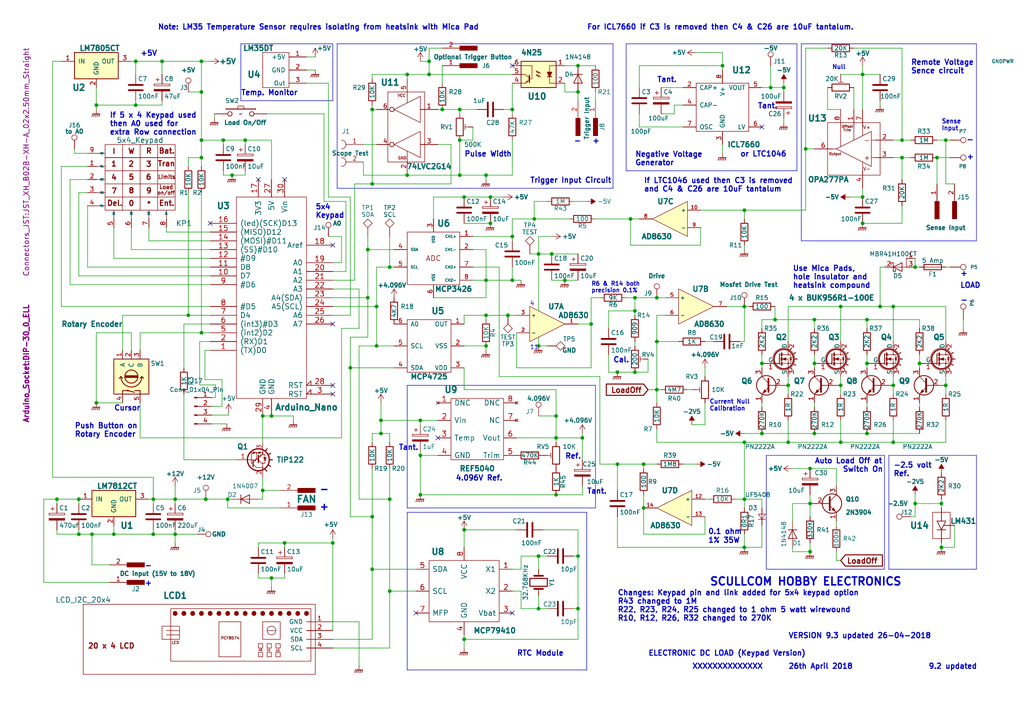
<source format=kicad_sch>
(kicad_sch
	(version 20231120)
	(generator "eeschema")
	(generator_version "8.0")
	(uuid "c0dab339-7200-490f-9e31-c88351ec25c5")
	(paper "A4")
	(title_block
		(date "29 apr 2017")
	)
	
	(junction
		(at 109.22 88.9)
		(diameter 0)
		(color 0 0 0 0)
		(uuid "009bea40-c6ab-4382-a7a7-5dd249f2666d")
	)
	(junction
		(at 142.24 64.77)
		(diameter 0)
		(color 0 0 0 0)
		(uuid "00fb6e88-9957-4c77-814d-fd9f1b51886b")
	)
	(junction
		(at 250.19 64.77)
		(diameter 0)
		(color 0 0 0 0)
		(uuid "043db40c-287d-4e83-80a3-5ad4c28cf681")
	)
	(junction
		(at 107.95 31.75)
		(diameter 0)
		(color 0 0 0 0)
		(uuid "046928e4-3f12-410f-b917-7ed1f7fc39f4")
	)
	(junction
		(at 251.46 125.73)
		(diameter 0)
		(color 0 0 0 0)
		(uuid "0d3d59f9-d781-4dbb-a361-ee857443e67d")
	)
	(junction
		(at 147.32 91.44)
		(diameter 0)
		(color 0 0 0 0)
		(uuid "0e882e62-5132-4e7f-b84a-b6c534d4131a")
	)
	(junction
		(at 234.95 146.05)
		(diameter 0)
		(color 0 0 0 0)
		(uuid "0e95e749-79d5-49bc-83b9-b6722752a31c")
	)
	(junction
		(at 78.74 120.65)
		(diameter 0)
		(color 0 0 0 0)
		(uuid "0ffe88c0-49e0-4352-9422-6f913a756c26")
	)
	(junction
		(at 71.12 40.64)
		(diameter 0)
		(color 0 0 0 0)
		(uuid "13a5470a-a5bf-42ff-a8ef-8cddc76647de")
	)
	(junction
		(at 106.68 72.39)
		(diameter 0)
		(color 0 0 0 0)
		(uuid "16c9ee7c-2f8b-4e00-b462-ebcd0d77ee79")
	)
	(junction
		(at 121.92 132.08)
		(diameter 0)
		(color 0 0 0 0)
		(uuid "193f888c-eb83-480e-bafd-7ef74e000293")
	)
	(junction
		(at 228.6 128.27)
		(diameter 0)
		(color 0 0 0 0)
		(uuid "1a011365-fd33-4fb1-8475-de570a234a15")
	)
	(junction
		(at 227.33 25.4)
		(diameter 0)
		(color 0 0 0 0)
		(uuid "1b6e421d-6d66-4cd0-9686-2a3775cd8ec5")
	)
	(junction
		(at 265.43 146.05)
		(diameter 0)
		(color 0 0 0 0)
		(uuid "1c257544-6587-4280-a5c5-ffe2fa538d4e")
	)
	(junction
		(at 156.21 100.33)
		(diameter 0)
		(color 0 0 0 0)
		(uuid "1c466665-ae42-4b17-9f4c-799148343285")
	)
	(junction
		(at 251.46 105.41)
		(diameter 0)
		(color 0 0 0 0)
		(uuid "1d730dd2-6b53-4b3c-ad53-ab310b2d3681")
	)
	(junction
		(at 154.94 63.5)
		(diameter 0)
		(color 0 0 0 0)
		(uuid "1ec3e635-a495-4904-85b9-a3a780a2d1dd")
	)
	(junction
		(at 54.61 91.44)
		(diameter 0)
		(color 0 0 0 0)
		(uuid "25548eb7-cf89-4f85-9257-d398970fc274")
	)
	(junction
		(at 259.08 88.9)
		(diameter 0)
		(color 0 0 0 0)
		(uuid "25af3824-4776-436e-9355-7fe05d29eeac")
	)
	(junction
		(at 148.59 81.28)
		(diameter 0)
		(color 0 0 0 0)
		(uuid "260e9ca8-a301-4edd-a5cd-45fb4ccf2d93")
	)
	(junction
		(at 142.24 57.15)
		(diameter 0)
		(color 0 0 0 0)
		(uuid "27dd389d-cc8f-4521-803d-09076bfbfd31")
	)
	(junction
		(at 251.46 92.71)
		(diameter 0)
		(color 0 0 0 0)
		(uuid "2aac4000-eb64-4234-bbc1-a8bbf9e75903")
	)
	(junction
		(at 107.95 165.1)
		(diameter 0)
		(color 0 0 0 0)
		(uuid "2ae17159-1c24-4f88-8d64-c77c873261b7")
	)
	(junction
		(at 140.97 50.8)
		(diameter 0)
		(color 0 0 0 0)
		(uuid "2b1a7aaa-7eda-4e38-8f56-3f4195eefc45")
	)
	(junction
		(at 39.37 17.78)
		(diameter 0)
		(color 0 0 0 0)
		(uuid "2de04134-4830-498c-869a-a37e08ba1697")
	)
	(junction
		(at 215.9 158.75)
		(diameter 0)
		(color 0 0 0 0)
		(uuid "2ef493ef-82e3-4755-af9d-8828ead400a0")
	)
	(junction
		(at 184.15 86.36)
		(diameter 0)
		(color 0 0 0 0)
		(uuid "30c09667-0302-4fa1-81fb-f3c27641db29")
	)
	(junction
		(at 96.52 157.48)
		(diameter 0)
		(color 0 0 0 0)
		(uuid "320672db-338e-48f4-bff3-8e249c3de089")
	)
	(junction
		(at 134.62 57.15)
		(diameter 0)
		(color 0 0 0 0)
		(uuid "330b5758-6456-46f4-9dd0-7bf7fafed021")
	)
	(junction
		(at 133.35 40.64)
		(diameter 0)
		(color 0 0 0 0)
		(uuid "35199ee0-8338-47f8-9739-7dc4d8bd8703")
	)
	(junction
		(at 140.97 81.28)
		(diameter 0)
		(color 0 0 0 0)
		(uuid "3579fe29-d5bf-496e-abc0-d9f636a58c6d")
	)
	(junction
		(at 168.91 127)
		(diameter 0)
		(color 0 0 0 0)
		(uuid "35bfb68a-11a4-4943-b497-c94fa120f2c4")
	)
	(junction
		(at 190.5 99.06)
		(diameter 0)
		(color 0 0 0 0)
		(uuid "3948a9e6-2f72-490b-83f7-4e16a32533ba")
	)
	(junction
		(at 171.45 93.98)
		(diameter 0)
		(color 0 0 0 0)
		(uuid "3ab97619-d799-4ce2-9195-2e593318877f")
	)
	(junction
		(at 228.6 111.76)
		(diameter 0)
		(color 0 0 0 0)
		(uuid "3df618dc-5886-4d8a-be4d-d7a1dc32080f")
	)
	(junction
		(at 107.95 53.34)
		(diameter 0)
		(color 0 0 0 0)
		(uuid "3e3b3548-1bb3-4316-aa3e-1fdeee419fdf")
	)
	(junction
		(at 67.31 50.8)
		(diameter 0)
		(color 0 0 0 0)
		(uuid "3f9e796c-35fc-4866-83c2-fd9e6bdac9cc")
	)
	(junction
		(at 167.64 26.67)
		(diameter 0)
		(color 0 0 0 0)
		(uuid "3fe158b5-396a-496c-8a88-272565e18f8e")
	)
	(junction
		(at 261.62 45.72)
		(diameter 0)
		(color 0 0 0 0)
		(uuid "4003e2ec-9ada-45b0-b60b-79f30d6400f8")
	)
	(junction
		(at 78.74 167.64)
		(diameter 0)
		(color 0 0 0 0)
		(uuid "43561682-7cde-486a-8a6e-af38641b3ef5")
	)
	(junction
		(at 160.02 73.66)
		(diameter 0)
		(color 0 0 0 0)
		(uuid "43c32df4-6b08-47ec-bdef-f40f3ebaf092")
	)
	(junction
		(at 186.69 134.62)
		(diameter 0)
		(color 0 0 0 0)
		(uuid "43e987a3-f0da-4c26-8a1b-c3b00bbc25bb")
	)
	(junction
		(at 22.86 144.78)
		(diameter 0)
		(color 0 0 0 0)
		(uuid "464aab46-83d1-4ab4-8e02-507e643667f3")
	)
	(junction
		(at 133.35 50.8)
		(diameter 0)
		(color 0 0 0 0)
		(uuid "46f71863-1765-4bd5-a1a1-d9fb4cdf0d18")
	)
	(junction
		(at 26.67 154.94)
		(diameter 0)
		(color 0 0 0 0)
		(uuid "4c3d2df7-2e21-4c28-9cb9-e16adf22822c")
	)
	(junction
		(at 46.99 17.78)
		(diameter 0)
		(color 0 0 0 0)
		(uuid "4e5a5728-d993-46b4-9b74-420d8addcae5")
	)
	(junction
		(at 58.42 17.78)
		(diameter 0)
		(color 0 0 0 0)
		(uuid "4f679ba5-ad65-4915-81a2-5cbf282fa84b")
	)
	(junction
		(at 58.42 26.67)
		(diameter 0)
		(color 0 0 0 0)
		(uuid "531c1c25-0d77-4106-87e0-ced2f1fcf4cb")
	)
	(junction
		(at 82.55 157.48)
		(diameter 0)
		(color 0 0 0 0)
		(uuid "55364418-2b83-4724-9144-19ec162a8a68")
	)
	(junction
		(at 39.37 30.48)
		(diameter 0)
		(color 0 0 0 0)
		(uuid "5d16569d-0640-4d1a-a265-2eefc197135d")
	)
	(junction
		(at 16.51 144.78)
		(diameter 0)
		(color 0 0 0 0)
		(uuid "5d9b17b7-d96a-45f5-8ad5-bf5880ffb73c")
	)
	(junction
		(at 133.35 31.75)
		(diameter 0)
		(color 0 0 0 0)
		(uuid "6261075b-95fc-41b1-8f10-ac3806dc3288")
	)
	(junction
		(at 44.45 144.78)
		(diameter 0)
		(color 0 0 0 0)
		(uuid "64c664cd-9236-48cb-9e9a-3475ec30f13c")
	)
	(junction
		(at 236.22 92.71)
		(diameter 0)
		(color 0 0 0 0)
		(uuid "64d7989c-238f-4758-b54b-02927958aa46")
	)
	(junction
		(at 59.69 144.78)
		(diameter 0)
		(color 0 0 0 0)
		(uuid "6ada5624-1423-4b84-b9b6-42d797182f14")
	)
	(junction
		(at 234.95 135.89)
		(diameter 0)
		(color 0 0 0 0)
		(uuid "70b5e439-57fb-44af-adda-a1d09d371774")
	)
	(junction
		(at 190.5 113.03)
		(diameter 0)
		(color 0 0 0 0)
		(uuid "7114de93-a4df-4a97-964b-6d032efa413f")
	)
	(junction
		(at 261.62 40.64)
		(diameter 0)
		(color 0 0 0 0)
		(uuid "73bb412e-6275-4cf1-a87d-8c5b344e7d4f")
	)
	(junction
		(at 184.15 107.95)
		(diameter 0)
		(color 0 0 0 0)
		(uuid "76a821bc-6a6c-4c89-9de7-1253f63a8daf")
	)
	(junction
		(at 106.68 86.36)
		(diameter 0)
		(color 0 0 0 0)
		(uuid "76f21600-8aae-4a32-b88b-02fe46f77e7f")
	)
	(junction
		(at 50.8 144.78)
		(diameter 0)
		(color 0 0 0 0)
		(uuid "77c6d049-b351-4050-8084-df8dedd94d69")
	)
	(junction
		(at 250.19 21.59)
		(diameter 0)
		(color 0 0 0 0)
		(uuid "781efaec-1a4b-46b2-9b1b-934d7102bb5e")
	)
	(junction
		(at 148.59 31.75)
		(diameter 0)
		(color 0 0 0 0)
		(uuid "78bfed4e-78f3-45d2-90ea-8f2a561a7e3a")
	)
	(junction
		(at 167.64 19.05)
		(diameter 0)
		(color 0 0 0 0)
		(uuid "7909fd16-996f-48c3-9d6f-4d93536289a6")
	)
	(junction
		(at 236.22 105.41)
		(diameter 0)
		(color 0 0 0 0)
		(uuid "799dd07a-b64e-40fe-b325-d366ad7d9487")
	)
	(junction
		(at 233.68 43.18)
		(diameter 0)
		(color 0 0 0 0)
		(uuid "7a6b95c3-5629-43d9-b098-febfd0bf619c")
	)
	(junction
		(at 101.6 106.68)
		(diameter 0)
		(color 0 0 0 0)
		(uuid "7c027495-c841-4a35-9ce1-778f0f565272")
	)
	(junction
		(at 271.78 45.72)
		(diameter 0)
		(color 0 0 0 0)
		(uuid "7c110c51-940f-4531-a6cb-8924e160e5b1")
	)
	(junction
		(at 50.8 154.94)
		(diameter 0)
		(color 0 0 0 0)
		(uuid "7ec128a6-2edd-4dc5-b50f-42f0d92afb8f")
	)
	(junction
		(at 118.11 21.59)
		(diameter 0)
		(color 0 0 0 0)
		(uuid "7f402294-1249-469c-8ef1-67240412ba1c")
	)
	(junction
		(at 110.49 121.92)
		(diameter 0)
		(color 0 0 0 0)
		(uuid "7f6af2f4-311d-4459-a10f-88853eee44f9")
	)
	(junction
		(at 107.95 149.86)
		(diameter 0)
		(color 0 0 0 0)
		(uuid "8028652b-52c4-44b8-830c-b0ada5fac244")
	)
	(junction
		(at 215.9 88.9)
		(diameter 0)
		(color 0 0 0 0)
		(uuid "80d98550-c159-4d91-8e64-ea28f5344858")
	)
	(junction
		(at 259.08 111.76)
		(diameter 0)
		(color 0 0 0 0)
		(uuid "8359ffb0-909c-48a1-bd21-61dd5cafbf74")
	)
	(junction
		(at 224.79 92.71)
		(diameter 0)
		(color 0 0 0 0)
		(uuid "84fb1374-92e0-4b93-b475-1d7a4b3006dc")
	)
	(junction
		(at 76.2 120.65)
		(diameter 0)
		(color 0 0 0 0)
		(uuid "883a1659-cbb5-4b59-95a9-baacf75b239a")
	)
	(junction
		(at 58.42 40.64)
		(diameter 0)
		(color 0 0 0 0)
		(uuid "893a403b-48fb-442c-aa1c-c8e11365b71a")
	)
	(junction
		(at 113.03 144.78)
		(diameter 0)
		(color 0 0 0 0)
		(uuid "89c3d47f-b387-4abf-a34f-1c872eb1a381")
	)
	(junction
		(at 33.02 154.94)
		(diameter 0)
		(color 0 0 0 0)
		(uuid "89e12670-0f4c-45c7-a4a3-58a6771b0aeb")
	)
	(junction
		(at 148.59 68.58)
		(diameter 0)
		(color 0 0 0 0)
		(uuid "8d1bca80-3076-437f-935e-c3e4aa5eaacd")
	)
	(junction
		(at 220.98 125.73)
		(diameter 0)
		(color 0 0 0 0)
		(uuid "905040a0-c622-4102-81da-7dc3dc45e40a")
	)
	(junction
		(at 140.97 91.44)
		(diameter 0)
		(color 0 0 0 0)
		(uuid "912aa542-0aa5-41b0-b504-37318fd477fd")
	)
	(junction
		(at 156.21 176.53)
		(diameter 0)
		(color 0 0 0 0)
		(uuid "91aea0c4-f8c2-4ffa-b0b8-fe8e6379fb62")
	)
	(junction
		(at 243.84 128.27)
		(diameter 0)
		(color 0 0 0 0)
		(uuid "950d3005-4848-4a26-83ed-7a87f529cb90")
	)
	(junction
		(at 27.94 116.84)
		(diameter 0)
		(color 0 0 0 0)
		(uuid "95ba4fa6-f488-4ec7-b8c6-65d4f2b751ec")
	)
	(junction
		(at 243.84 111.76)
		(diameter 0)
		(color 0 0 0 0)
		(uuid "984ac4b0-da5e-40ee-a849-d2e0e088dc9b")
	)
	(junction
		(at 215.9 60.96)
		(diameter 0)
		(color 0 0 0 0)
		(uuid "9bb0b1f5-2c29-4cdc-ad47-6e8499a1af4c")
	)
	(junction
		(at 161.29 120.65)
		(diameter 0)
		(color 0 0 0 0)
		(uuid "9bf3db7d-8019-4ace-8357-ec07625ba74b")
	)
	(junction
		(at 223.52 25.4)
		(diameter 0)
		(color 0 0 0 0)
		(uuid "9cedade0-e620-4736-8d8f-aef3bf85eb39")
	)
	(junction
		(at 236.22 125.73)
		(diameter 0)
		(color 0 0 0 0)
		(uuid "9ee38a63-dda3-48e9-962a-889290213042")
	)
	(junction
		(at 266.7 105.41)
		(diameter 0)
		(color 0 0 0 0)
		(uuid "9f4246d0-c769-46f7-94a3-3f096450cd1a")
	)
	(junction
		(at 64.77 40.64)
		(diameter 0)
		(color 0 0 0 0)
		(uuid "a5a87e35-cfe1-49cd-babe-ed7f20151010")
	)
	(junction
		(at 179.07 107.95)
		(diameter 0)
		(color 0 0 0 0)
		(uuid "aac1ca05-89e7-4da0-858e-61c91b7a858a")
	)
	(junction
		(at 113.03 171.45)
		(diameter 0)
		(color 0 0 0 0)
		(uuid "abf6be8b-a944-444e-a1ef-9e253d16e579")
	)
	(junction
		(at 76.2 142.24)
		(diameter 0)
		(color 0 0 0 0)
		(uuid "b07eed38-4aa8-41a7-a517-9592ed213380")
	)
	(junction
		(at 220.98 105.41)
		(diameter 0)
		(color 0 0 0 0)
		(uuid "b1d50295-428b-451f-a0ce-080fedc18480")
	)
	(junction
		(at 215.9 128.27)
		(diameter 0)
		(color 0 0 0 0)
		(uuid "b1f3a4ca-1cec-4bac-89ac-74edc6304324")
	)
	(junction
		(at 161.29 143.51)
		(diameter 0)
		(color 0 0 0 0)
		(uuid "b28a49df-e5dc-42cb-9c7d-892941db4916")
	)
	(junction
		(at 66.04 144.78)
		(diameter 0)
		(color 0 0 0 0)
		(uuid "b2d86c8a-8391-4d5f-8f5b-74d078e33e2d")
	)
	(junction
		(at 273.05 146.05)
		(diameter 0)
		(color 0 0 0 0)
		(uuid "b5682b6e-85b8-432d-aca0-c6f2fab29ccc")
	)
	(junction
		(at 58.42 96.52)
		(diameter 0)
		(color 0 0 0 0)
		(uuid "b64a61db-5f86-4fa5-8602-c178676bf95f")
	)
	(junction
		(at 156.21 161.29)
		(diameter 0)
		(color 0 0 0 0)
		(uuid "b833042a-0213-473a-af3e-8ed0ea49fa24")
	)
	(junction
		(at 163.83 81.28)
		(diameter 0)
		(color 0 0 0 0)
		(uuid "bb5a4e9f-6ca1-4d94-af8b-56497fded188")
	)
	(junction
		(at 243.84 88.9)
		(diameter 0)
		(color 0 0 0 0)
		(uuid "bdb48397-723f-4199-b7f2-e647ce60e5cb")
	)
	(junction
		(at 167.64 176.53)
		(diameter 0)
		(color 0 0 0 0)
		(uuid "bfc2199e-89d6-44b4-924c-0bc53c383796")
	)
	(junction
		(at 27.94 30.48)
		(diameter 0)
		(color 0 0 0 0)
		(uuid "bfd75984-f4ac-454f-ae45-f2046d05a899")
	)
	(junction
		(at 124.46 17.78)
		(diameter 0)
		(color 0 0 0 0)
		(uuid "c2cdd97d-4f0d-4eee-ba0d-a51ed0455be3")
	)
	(junction
		(at 179.07 134.62)
		(diameter 0)
		(color 0 0 0 0)
		(uuid "c3128882-4a86-45d7-b4c0-c84e155a6702")
	)
	(junction
		(at 186.69 147.32)
		(diameter 0)
		(color 0 0 0 0)
		(uuid "c353b7c7-b808-40d8-864b-73c8616d937d")
	)
	(junction
		(at 184.15 90.17)
		(diameter 0)
		(color 0 0 0 0)
		(uuid "c71fea52-466d-4e93-8345-ac59c2db2e3c")
	)
	(junction
		(at 255.27 88.9)
		(diameter 0)
		(color 0 0 0 0)
		(uuid "c8946769-4601-42f4-b6d0-5b408564c57e")
	)
	(junction
		(at 22.86 154.94)
		(diameter 0)
		(color 0 0 0 0)
		(uuid "c9e806da-7940-4f1e-b7b5-24ea41d02926")
	)
	(junction
		(at 118.11 50.8)
		(diameter 0)
		(color 0 0 0 0)
		(uuid "ccd3e10d-0079-4aa5-8d1b-d46595826a5c")
	)
	(junction
		(at 190.5 86.36)
		(diameter 0)
		(color 0 0 0 0)
		(uuid "cd2baa7c-6b1a-4ef2-98c0-fb630903b25e")
	)
	(junction
		(at 113.03 77.47)
		(diameter 0)
		(color 0 0 0 0)
		(uuid "cf6a5164-82d1-4ecb-a30e-ac7e0e989702")
	)
	(junction
		(at 182.88 63.5)
		(diameter 0)
		(color 0 0 0 0)
		(uuid "d073beb0-8f0f-48c2-b582-f01ec8857307")
	)
	(junction
		(at 259.08 128.27)
		(diameter 0)
		(color 0 0 0 0)
		(uuid "d1d01b2a-dc05-4c56-a568-a8aefc49b2bf")
	)
	(junction
		(at 274.32 111.76)
		(diameter 0)
		(color 0 0 0 0)
		(uuid "d2a81043-1f62-4d08-8080-ca42d08f562d")
	)
	(junction
		(at 273.05 158.75)
		(diameter 0)
		(color 0 0 0 0)
		(uuid "d2ce0779-5c74-45b5-8da2-641d254573c1")
	)
	(junction
		(at 121.92 121.92)
		(diameter 0)
		(color 0 0 0 0)
		(uuid "d46aa0fb-5056-4ff8-ba4c-acdb6305ce61")
	)
	(junction
		(at 134.62 185.42)
		(diameter 0)
		(color 0 0 0 0)
		(uuid "d6dab610-a16e-42e6-a97d-7168f043e47a")
	)
	(junction
		(at 121.92 143.51)
		(diameter 0)
		(color 0 0 0 0)
		(uuid "d71e1fc8-b8be-4fc9-9cf2-d776140a50e4")
	)
	(junction
		(at 128.27 31.75)
		(diameter 0)
		(color 0 0 0 0)
		(uuid "d7a9d838-73f4-4cc5-ba54-b6edc44f4845")
	)
	(junction
		(at 109.22 100.33)
		(diameter 0)
		(color 0 0 0 0)
		(uuid "de3ac1fe-57b1-4503-854b-fce1e562c7f8")
	)
	(junction
		(at 156.21 73.66)
		(diameter 0)
		(color 0 0 0 0)
		(uuid "decfa39b-da9d-4c71-adac-69c5c3a268ec")
	)
	(junction
		(at 234.95 160.02)
		(diameter 0)
		(color 0 0 0 0)
		(uuid "e2ebbfe7-dc72-4111-a4b7-88f6f6212644")
	)
	(junction
		(at 209.55 19.05)
		(diameter 0)
		(color 0 0 0 0)
		(uuid "e7e77ec6-b403-4fdd-a10d-651a4264d0c1")
	)
	(junction
		(at 124.46 21.59)
		(diameter 0)
		(color 0 0 0 0)
		(uuid "e87f0d60-0d81-450a-a141-7e0eb926c066")
	)
	(junction
		(at 274.32 40.64)
		(diameter 0)
		(color 0 0 0 0)
		(uuid "e8acbc82-d3a7-424c-b943-72f6d1051699")
	)
	(junction
		(at 44.45 154.94)
		(diameter 0)
		(color 0 0 0 0)
		(uuid "e92c4eb0-2da3-4ef8-b4f7-36acce59d330")
	)
	(junction
		(at 215.9 144.78)
		(diameter 0)
		(color 0 0 0 0)
		(uuid "ea0a27fb-0415-46db-92be-d7202d096b3c")
	)
	(junction
		(at 140.97 100.33)
		(diameter 0)
		(color 0 0 0 0)
		(uuid "eb7e15f9-c8ef-4c21-ab28-fe20a3e5cf05")
	)
	(junction
		(at 265.43 77.47)
		(diameter 0)
		(color 0 0 0 0)
		(uuid "ed4d9104-0964-422e-aa5e-6acb5fc342ac")
	)
	(junction
		(at 134.62 153.67)
		(diameter 0)
		(color 0 0 0 0)
		(uuid "efdbfe55-6e44-4f9f-aef2-c02672930186")
	)
	(junction
		(at 167.64 161.29)
		(diameter 0)
		(color 0 0 0 0)
		(uuid "f29d0244-ae0b-44eb-9d1e-38085dd15e88")
	)
	(junction
		(at 110.49 125.73)
		(diameter 0)
		(color 0 0 0 0)
		(uuid "f33e70d5-c0a1-4c30-b95e-366fa3112056")
	)
	(junction
		(at 161.29 127)
		(diameter 0)
		(color 0 0 0 0)
		(uuid "f58aea28-c32d-4a70-814c-5ecd838a0997")
	)
	(junction
		(at 58.42 45.72)
		(diameter 0)
		(color 0 0 0 0)
		(uuid "f9a9d57d-7662-4480-ad78-ca862f6b1fa0")
	)
	(junction
		(at 250.19 57.15)
		(diameter 0)
		(color 0 0 0 0)
		(uuid "fb6aa4b5-01ca-4d23-82b4-5166a3e596f8")
	)
	(no_connect
		(at 120.65 177.8)
		(uuid "01047da9-f2c6-4d93-98fa-fa554f8fe108")
	)
	(no_connect
		(at 96.52 111.76)
		(uuid "0c772643-7ffd-40fa-9e62-cb1694285d28")
	)
	(no_connect
		(at 96.52 114.3)
		(uuid "34289381-5c53-45bf-8853-c7cbfc64b58d")
	)
	(no_connect
		(at 60.96 64.77)
		(uuid "3c819d6c-cf2e-47e2-a663-6312f66cef65")
	)
	(no_connect
		(at 148.59 19.05)
		(uuid "60f5c9f1-12d2-4831-b511-a10e64da354c")
	)
	(no_connect
		(at 148.59 177.8)
		(uuid "644e52d4-12d5-42b3-8701-3064dc3d3e49")
	)
	(no_connect
		(at 74.93 52.07)
		(uuid "6f14970b-8839-4294-9f21-ad7275ad93a3")
	)
	(no_connect
		(at 96.52 93.98)
		(uuid "7ab388f3-70a8-47db-88e0-def29ca34aa1")
	)
	(no_connect
		(at 220.98 36.83)
		(uuid "cf67e4cc-95b1-4520-8659-3889aca40a73")
	)
	(no_connect
		(at 127 127)
		(uuid "e7ca6cf4-d7cc-42fb-8577-8af262adc607")
	)
	(no_connect
		(at 82.55 52.07)
		(uuid "eed20f01-d1cb-4489-90fe-78586f7793f1")
	)
	(no_connect
		(at 96.52 71.12)
		(uuid "f4d10758-5fe2-4d33-b6be-8abb4f0ce661")
	)
	(wire
		(pts
			(xy 82.55 167.64) (xy 82.55 166.37)
		)
		(stroke
			(width 0)
			(type default)
		)
		(uuid "008a0ccf-ced2-48fc-9583-c4c8ebbcd538")
	)
	(wire
		(pts
			(xy 184.15 86.36) (xy 190.5 86.36)
		)
		(stroke
			(width 0)
			(type default)
		)
		(uuid "012fd9ad-dc2c-4b30-b2bd-f28f555aba10")
	)
	(wire
		(pts
			(xy 259.08 40.64) (xy 261.62 40.64)
		)
		(stroke
			(width 0)
			(type default)
		)
		(uuid "013630e5-69a8-4eea-b287-ab725b7ddf8c")
	)
	(wire
		(pts
			(xy 243.84 162.56) (xy 242.57 162.56)
		)
		(stroke
			(width 0)
			(type default)
		)
		(uuid "01798979-7c8b-4bb3-b90d-3744d2283096")
	)
	(wire
		(pts
			(xy 27.94 30.48) (xy 39.37 30.48)
		)
		(stroke
			(width 0)
			(type default)
		)
		(uuid "01fc209d-0b0b-4e0b-8496-00b52250ae75")
	)
	(wire
		(pts
			(xy 204.47 154.94) (xy 204.47 149.86)
		)
		(stroke
			(width 0)
			(type default)
		)
		(uuid "024c5d22-5429-4742-b1b9-61476f22830e")
	)
	(wire
		(pts
			(xy 157.48 153.67) (xy 167.64 153.67)
		)
		(stroke
			(width 0)
			(type default)
		)
		(uuid "026f8f4c-73b5-4207-b542-9a24e56b52df")
	)
	(wire
		(pts
			(xy 134.62 113.03) (xy 161.29 113.03)
		)
		(stroke
			(width 0)
			(type default)
		)
		(uuid "0293807d-f40c-44b4-ba03-a8aeb451354c")
	)
	(wire
		(pts
			(xy 99.06 95.25) (xy 104.14 95.25)
		)
		(stroke
			(width 0)
			(type default)
		)
		(uuid "0294c937-07bc-4d7b-a757-6db2f0c48493")
	)
	(wire
		(pts
			(xy 134.62 57.15) (xy 142.24 57.15)
		)
		(stroke
			(width 0)
			(type default)
		)
		(uuid "02c90aec-8a90-4c02-ae89-57270da350cf")
	)
	(wire
		(pts
			(xy 96.52 78.74) (xy 100.33 78.74)
		)
		(stroke
			(width 0)
			(type default)
		)
		(uuid "0320b82a-a152-4294-9f5f-d4e1f255b1e8")
	)
	(wire
		(pts
			(xy 107.95 165.1) (xy 107.95 185.42)
		)
		(stroke
			(width 0)
			(type default)
		)
		(uuid "0321f1c0-7c13-43c0-8f44-b09f711b10fe")
	)
	(wire
		(pts
			(xy 64.77 40.64) (xy 71.12 40.64)
		)
		(stroke
			(width 0)
			(type default)
		)
		(uuid "038a9c7a-9b6f-4250-97dc-64006c0a4ab1")
	)
	(wire
		(pts
			(xy 38.1 17.78) (xy 39.37 17.78)
		)
		(stroke
			(width 0)
			(type default)
		)
		(uuid "03b21e96-14b6-4625-b81f-dd30052b542a")
	)
	(wire
		(pts
			(xy 100.33 78.74) (xy 100.33 58.42)
		)
		(stroke
			(width 0)
			(type default)
		)
		(uuid "03d60a02-443a-4039-a26c-a031cd45f02a")
	)
	(wire
		(pts
			(xy 265.43 146.05) (xy 265.43 149.86)
		)
		(stroke
			(width 0)
			(type default)
		)
		(uuid "03e59f4a-571c-471c-9616-77cfd2fcf4ef")
	)
	(wire
		(pts
			(xy 26.67 154.94) (xy 26.67 163.83)
		)
		(stroke
			(width 0)
			(type default)
		)
		(uuid "043ad369-3f3c-4fe7-af01-21782320683e")
	)
	(wire
		(pts
			(xy 134.62 64.77) (xy 142.24 64.77)
		)
		(stroke
			(width 0)
			(type default)
		)
		(uuid "04d0475c-8a34-4140-bdd1-cb85b1b6404b")
	)
	(wire
		(pts
			(xy 156.21 176.53) (xy 158.75 176.53)
		)
		(stroke
			(width 0)
			(type default)
		)
		(uuid "05126fbd-813b-4e10-a134-39b975b852fb")
	)
	(wire
		(pts
			(xy 233.68 60.96) (xy 233.68 43.18)
		)
		(stroke
			(width 0)
			(type default)
		)
		(uuid "060d206e-005c-49f6-af75-f905b6fda945")
	)
	(wire
		(pts
			(xy 250.19 19.05) (xy 250.19 21.59)
		)
		(stroke
			(width 0)
			(type default)
		)
		(uuid "07c7f641-e574-4abe-814f-fb8a3925fa59")
	)
	(wire
		(pts
			(xy 78.74 170.18) (xy 78.74 167.64)
		)
		(stroke
			(width 0)
			(type default)
		)
		(uuid "0866bde1-ed28-427d-a2a7-13350be9e4db")
	)
	(wire
		(pts
			(xy 38.1 72.39) (xy 60.96 72.39)
		)
		(stroke
			(width 0)
			(type default)
		)
		(uuid "0870a35b-fe51-4bdc-a79c-ee2395d072b6")
	)
	(wire
		(pts
			(xy 149.86 127) (xy 161.29 127)
		)
		(stroke
			(width 0)
			(type default)
		)
		(uuid "087dd7a4-3cde-422d-a83b-d34d0d0b77f2")
	)
	(wire
		(pts
			(xy 27.94 96.52) (xy 38.1 96.52)
		)
		(stroke
			(width 0)
			(type default)
		)
		(uuid "0962cb1b-7b7f-4aec-a3b6-708209a0ee8c")
	)
	(wire
		(pts
			(xy 21.59 44.45) (xy 25.4 44.45)
		)
		(stroke
			(width 0)
			(type default)
		)
		(uuid "096f1527-4c4f-4c33-97ad-a99a53d4c4c0")
	)
	(wire
		(pts
			(xy 46.99 17.78) (xy 58.42 17.78)
		)
		(stroke
			(width 0)
			(type default)
		)
		(uuid "09b167c8-5b32-4bd2-abe4-72a62290c6f3")
	)
	(wire
		(pts
			(xy 148.59 171.45) (xy 151.13 171.45)
		)
		(stroke
			(width 0)
			(type default)
		)
		(uuid "0a31ae08-6ef3-4c02-bc39-f65c84a4be5a")
	)
	(wire
		(pts
			(xy 64.77 49.53) (xy 64.77 50.8)
		)
		(stroke
			(width 0)
			(type default)
		)
		(uuid "0a554411-5195-4918-88b1-5eff501a3525")
	)
	(wire
		(pts
			(xy 54.61 45.72) (xy 54.61 48.26)
		)
		(stroke
			(width 0)
			(type default)
		)
		(uuid "0ae3b54f-94d4-4c90-8a0e-5679dca57ebf")
	)
	(wire
		(pts
			(xy 140.97 81.28) (xy 148.59 81.28)
		)
		(stroke
			(width 0)
			(type default)
		)
		(uuid "0c0134c9-f5ca-420d-ac1f-b0df90c8e6ce")
	)
	(wire
		(pts
			(xy 59.436 101.6) (xy 59.436 110.109)
		)
		(stroke
			(width 0)
			(type default)
		)
		(uuid "0c40a665-b7a8-4c27-ba28-b115e285a68e")
	)
	(wire
		(pts
			(xy 233.68 13.97) (xy 240.03 13.97)
		)
		(stroke
			(width 0)
			(type default)
		)
		(uuid "0cdc33a7-6b20-4f87-bb0b-eb26467cc363")
	)
	(wire
		(pts
			(xy 176.53 102.87) (xy 176.53 107.95)
		)
		(stroke
			(width 0)
			(type default)
		)
		(uuid "0d3095c7-cf94-44f5-b0e9-817382490fb5")
	)
	(wire
		(pts
			(xy 236.22 92.71) (xy 236.22 95.25)
		)
		(stroke
			(width 0)
			(type default)
		)
		(uuid "0da970f4-eb2a-4b99-ae58-73afaca5c9a3")
	)
	(wire
		(pts
			(xy 243.84 88.9) (xy 243.84 99.06)
		)
		(stroke
			(width 0)
			(type default)
		)
		(uuid "0dd2487b-8ba4-4128-814c-1934fe1bf2f4")
	)
	(wire
		(pts
			(xy 134.62 153.67) (xy 149.86 153.67)
		)
		(stroke
			(width 0)
			(type default)
		)
		(uuid "0e3dc898-7cff-44b8-9ebc-4be177bda9e9")
	)
	(wire
		(pts
			(xy 203.2 71.12) (xy 203.2 66.04)
		)
		(stroke
			(width 0)
			(type default)
		)
		(uuid "0e4a3de1-a96f-4a68-ba87-fd8054a7fc0d")
	)
	(wire
		(pts
			(xy 74.93 158.75) (xy 74.93 157.48)
		)
		(stroke
			(width 0)
			(type default)
		)
		(uuid "0ecd1bd6-d3fc-43d4-87da-8850b57e5017")
	)
	(wire
		(pts
			(xy 274.32 53.34) (xy 274.32 40.64)
		)
		(stroke
			(width 0)
			(type default)
		)
		(uuid "0f4abc7e-bb18-4f62-a12c-aeaf0578efc9")
	)
	(wire
		(pts
			(xy 168.91 127) (xy 168.91 133.35)
		)
		(stroke
			(width 0)
			(type default)
		)
		(uuid "0fecad5f-1423-4d6e-b44a-eeaab1c2d23b")
	)
	(wire
		(pts
			(xy 109.22 77.47) (xy 113.03 77.47)
		)
		(stroke
			(width 0)
			(type default)
		)
		(uuid "10e5f66b-f74d-4c2d-85c8-e6b151e99129")
	)
	(wire
		(pts
			(xy 104.14 144.78) (xy 113.03 144.78)
		)
		(stroke
			(width 0)
			(type default)
		)
		(uuid "1197ed07-46f4-4d1d-8b3e-3890f68e7996")
	)
	(wire
		(pts
			(xy 78.74 40.64) (xy 78.74 52.07)
		)
		(stroke
			(width 0)
			(type default)
		)
		(uuid "1208fd02-3972-4483-8b9b-1b08cbe6b34d")
	)
	(wire
		(pts
			(xy 118.11 50.8) (xy 133.35 50.8)
		)
		(stroke
			(width 0)
			(type default)
		)
		(uuid "136d36cd-a116-4135-96f0-fe7233acc78e")
	)
	(wire
		(pts
			(xy 228.6 88.9) (xy 243.84 88.9)
		)
		(stroke
			(width 0)
			(type default)
		)
		(uuid "137ae3eb-3d1a-4e67-bb32-2391ee40e58b")
	)
	(wire
		(pts
			(xy 161.29 113.03) (xy 161.29 120.65)
		)
		(stroke
			(width 0)
			(type default)
		)
		(uuid "13dade52-04dd-4853-a7e1-1f17e6ffd4ba")
	)
	(wire
		(pts
			(xy 153.67 73.66) (xy 156.21 73.66)
		)
		(stroke
			(width 0)
			(type default)
		)
		(uuid "13f21f9f-6fe8-46df-95bf-b92b8e377476")
	)
	(polyline
		(pts
			(xy 283.21 69.85) (xy 232.41 69.85)
		)
		(stroke
			(width 0)
			(type default)
		)
		(uuid "146c52c1-7882-4ce7-a518-f9b8ea68234e")
	)
	(wire
		(pts
			(xy 201.93 15.24) (xy 209.55 15.24)
		)
		(stroke
			(width 0)
			(type default)
		)
		(uuid "147e390c-a478-46e8-bb5f-5d3a1f1c5325")
	)
	(wire
		(pts
			(xy 48.26 67.31) (xy 48.26 66.04)
		)
		(stroke
			(width 0)
			(type default)
		)
		(uuid "15062399-0f97-470a-9147-24024662ccef")
	)
	(wire
		(pts
			(xy 53.34 93.98) (xy 53.34 106.68)
		)
		(stroke
			(width 0)
			(type default)
		)
		(uuid "151baf58-5e6d-4d10-bd7e-b649d5ee70cb")
	)
	(wire
		(pts
			(xy 26.67 154.94) (xy 33.02 154.94)
		)
		(stroke
			(width 0)
			(type default)
		)
		(uuid "15e76eaa-8cfb-4c30-8031-16e7a2e78284")
	)
	(wire
		(pts
			(xy 209.55 15.24) (xy 209.55 19.05)
		)
		(stroke
			(width 0)
			(type default)
		)
		(uuid "1641c015-a606-449e-a4a6-03e38e1ce32c")
	)
	(wire
		(pts
			(xy 190.5 113.03) (xy 191.77 113.03)
		)
		(stroke
			(width 0)
			(type default)
		)
		(uuid "1642645f-5d7f-46ab-aab8-0815750c9ae7")
	)
	(wire
		(pts
			(xy 125.73 57.15) (xy 134.62 57.15)
		)
		(stroke
			(width 0)
			(type default)
		)
		(uuid "174a396b-d91d-4183-ba41-5d732755f850")
	)
	(wire
		(pts
			(xy 190.5 128.27) (xy 190.5 124.46)
		)
		(stroke
			(width 0)
			(type default)
		)
		(uuid "17a27887-39de-4631-ad5a-e1dd2873a534")
	)
	(wire
		(pts
			(xy 148.59 77.47) (xy 148.59 81.28)
		)
		(stroke
			(width 0)
			(type default)
		)
		(uuid "183d49eb-c375-483f-87fa-8e7313c8d20f")
	)
	(wire
		(pts
			(xy 137.16 77.47) (xy 144.78 77.47)
		)
		(stroke
			(width 0)
			(type default)
		)
		(uuid "184ed32b-739b-4343-a62c-6e9407979a26")
	)
	(wire
		(pts
			(xy 35.56 116.84) (xy 27.94 116.84)
		)
		(stroke
			(width 0)
			(type default)
		)
		(uuid "188f4801-bbe4-4b6b-a6c7-dc8e7c83a23e")
	)
	(wire
		(pts
			(xy 64.389 110.109) (xy 64.389 117.856)
		)
		(stroke
			(width 0)
			(type default)
		)
		(uuid "195a0b32-fa34-40e6-913f-a7fc82846917")
	)
	(wire
		(pts
			(xy 166.37 58.42) (xy 170.18 58.42)
		)
		(stroke
			(width 0)
			(type default)
		)
		(uuid "197a6829-423d-4f5a-9d50-944e97b34c80")
	)
	(wire
		(pts
			(xy 81.28 142.24) (xy 76.2 142.24)
		)
		(stroke
			(width 0)
			(type default)
		)
		(uuid "197bdcf7-849d-4f99-9a7e-b949185db393")
	)
	(wire
		(pts
			(xy 220.98 158.75) (xy 220.98 152.4)
		)
		(stroke
			(width 0)
			(type default)
		)
		(uuid "197d3591-bfde-4c14-92df-f9931999b9c3")
	)
	(wire
		(pts
			(xy 107.95 128.27) (xy 107.95 125.73)
		)
		(stroke
			(width 0)
			(type default)
		)
		(uuid "19916158-e838-4357-b911-fbcd16f6fd54")
	)
	(wire
		(pts
			(xy 53.34 114.3) (xy 53.34 133.35)
		)
		(stroke
			(width 0)
			(type default)
		)
		(uuid "19f137fb-8187-4240-8e0a-d25c7a8af9f9")
	)
	(wire
		(pts
			(xy 113.03 144.78) (xy 113.03 171.45)
		)
		(stroke
			(width 0)
			(type default)
		)
		(uuid "1a2ddedf-c323-4330-b1fc-bb675874ba7a")
	)
	(wire
		(pts
			(xy 78.74 120.65) (xy 85.09 120.65)
		)
		(stroke
			(width 0)
			(type default)
		)
		(uuid "1b2fec1d-a0b0-4c31-a008-5fd84ae8febc")
	)
	(wire
		(pts
			(xy 61.468 122.936) (xy 65.786 122.936)
		)
		(stroke
			(width 0)
			(type default)
		)
		(uuid "1b435e82-6bac-4663-b09e-f6e233a8cd45")
	)
	(wire
		(pts
			(xy 107.95 185.42) (xy 96.52 185.42)
		)
		(stroke
			(width 0)
			(type default)
		)
		(uuid "1c029097-051e-4526-b112-3f00c22507f1")
	)
	(wire
		(pts
			(xy 160.02 81.28) (xy 163.83 81.28)
		)
		(stroke
			(width 0)
			(type default)
		)
		(uuid "1c2d31b3-d2a7-413a-acda-351aebbbf3be")
	)
	(wire
		(pts
			(xy 33.02 74.93) (xy 60.96 74.93)
		)
		(stroke
			(width 0)
			(type default)
		)
		(uuid "1d24bf90-0190-4ef1-bbff-f97a1b342eb1")
	)
	(wire
		(pts
			(xy 144.78 77.47) (xy 144.78 109.22)
		)
		(stroke
			(width 0)
			(type default)
		)
		(uuid "1dfd5ae0-226f-42a9-ac61-238c2cf15c9b")
	)
	(polyline
		(pts
			(xy 118.11 148.59) (xy 170.18 148.59)
		)
		(stroke
			(width 0)
			(type default)
		)
		(uuid "1e988901-fb6a-4acd-b64f-ad4f7722c677")
	)
	(wire
		(pts
			(xy 259.08 109.22) (xy 259.08 111.76)
		)
		(stroke
			(width 0)
			(type default)
		)
		(uuid "1f11210d-f703-4ed9-8a0e-7e9cd8ad251a")
	)
	(wire
		(pts
			(xy 59.69 144.78) (xy 66.04 144.78)
		)
		(stroke
			(width 0)
			(type default)
		)
		(uuid "2010526c-e847-4109-9a10-d2b78e2e5cf0")
	)
	(wire
		(pts
			(xy 146.05 31.75) (xy 148.59 31.75)
		)
		(stroke
			(width 0)
			(type default)
		)
		(uuid "2072c882-362f-4074-9b86-12148673e3eb")
	)
	(wire
		(pts
			(xy 161.29 120.65) (xy 161.29 127)
		)
		(stroke
			(width 0)
			(type default)
		)
		(uuid "20a25c38-2230-4228-aa35-c95c7e91ccdc")
	)
	(wire
		(pts
			(xy 242.57 135.89) (xy 242.57 140.97)
		)
		(stroke
			(width 0)
			(type default)
		)
		(uuid "2211411a-9de8-42df-88a6-183266f2df46")
	)
	(wire
		(pts
			(xy 101.6 149.86) (xy 107.95 149.86)
		)
		(stroke
			(width 0)
			(type default)
		)
		(uuid "222aee40-bc07-4f64-8ab9-0859e702ffaa")
	)
	(wire
		(pts
			(xy 167.64 26.67) (xy 167.64 29.21)
		)
		(stroke
			(width 0)
			(type default)
		)
		(uuid "222bf7fb-fac3-4d91-8e74-cb2e3779dc66")
	)
	(wire
		(pts
			(xy 128.27 31.75) (xy 133.35 31.75)
		)
		(stroke
			(width 0)
			(type default)
		)
		(uuid "222ddf5d-37c0-4a2f-9046-3a10edc24cd0")
	)
	(polyline
		(pts
			(xy 232.41 12.7) (xy 283.21 12.7)
		)
		(stroke
			(width 0)
			(type default)
		)
		(uuid "2396d44f-5b8f-43ef-a386-015b79209dc1")
	)
	(wire
		(pts
			(xy 261.62 45.72) (xy 261.62 52.07)
		)
		(stroke
			(width 0)
			(type default)
		)
		(uuid "2435e2cd-c2ef-498a-868b-5a6f661eb318")
	)
	(wire
		(pts
			(xy 173.99 109.22) (xy 173.99 134.62)
		)
		(stroke
			(width 0)
			(type default)
		)
		(uuid "248abfbf-19b2-4c6c-84f0-20b768806847")
	)
	(wire
		(pts
			(xy 220.98 25.4) (xy 223.52 25.4)
		)
		(stroke
			(width 0)
			(type default)
		)
		(uuid "250c83b3-6a75-4dc0-9ac9-1747c62ac35b")
	)
	(wire
		(pts
			(xy 229.87 146.05) (xy 234.95 146.05)
		)
		(stroke
			(width 0)
			(type default)
		)
		(uuid "260dbc2c-4db7-4b56-886f-653213f603d0")
	)
	(wire
		(pts
			(xy 247.65 25.4) (xy 247.65 31.75)
		)
		(stroke
			(width 0)
			(type default)
		)
		(uuid "2617602d-bc44-42ee-a734-297549b69f39")
	)
	(wire
		(pts
			(xy 104.14 83.82) (xy 96.52 83.82)
		)
		(stroke
			(width 0)
			(type default)
		)
		(uuid "2660d055-2e98-4cf6-91b8-b06ba22ef689")
	)
	(wire
		(pts
			(xy 227.33 24.13) (xy 227.33 25.4)
		)
		(stroke
			(width 0)
			(type default)
		)
		(uuid "2725e800-6c61-47b3-8f8a-a6ad703a2f36")
	)
	(wire
		(pts
			(xy 66.04 147.32) (xy 81.28 147.32)
		)
		(stroke
			(width 0)
			(type default)
		)
		(uuid "274256df-dcbe-4878-9412-8a9d7fb82333")
	)
	(wire
		(pts
			(xy 215.9 158.75) (xy 220.98 158.75)
		)
		(stroke
			(width 0)
			(type default)
		)
		(uuid "27ed10c0-1e5c-4cef-9ce3-967fa432f2d9")
	)
	(wire
		(pts
			(xy 15.24 138.43) (xy 44.45 138.43)
		)
		(stroke
			(width 0)
			(type default)
		)
		(uuid "283c1115-f49e-4ece-b762-a8d50fe95458")
	)
	(wire
		(pts
			(xy 167.64 176.53) (xy 167.64 185.42)
		)
		(stroke
			(width 0)
			(type default)
		)
		(uuid "286cca69-e155-4297-a1bf-2d3c1c4de09e")
	)
	(wire
		(pts
			(xy 50.8 153.67) (xy 50.8 154.94)
		)
		(stroke
			(width 0)
			(type default)
		)
		(uuid "28c060dc-39af-4e77-b661-ee37453808ef")
	)
	(wire
		(pts
			(xy 58.42 17.78) (xy 60.96 17.78)
		)
		(stroke
			(width 0)
			(type default)
		)
		(uuid "2954ff54-1fc9-4b94-97af-2331afded7a5")
	)
	(wire
		(pts
			(xy 255.27 30.48) (xy 255.27 29.21)
		)
		(stroke
			(width 0)
			(type default)
		)
		(uuid "29ab6c1a-be29-40e8-92f9-99adbba7ca0b")
	)
	(wire
		(pts
			(xy 179.07 149.86) (xy 179.07 158.75)
		)
		(stroke
			(width 0)
			(type default)
		)
		(uuid "2a529366-21ff-4413-9279-6ce3cb4c9260")
	)
	(wire
		(pts
			(xy 53.34 93.98) (xy 60.96 93.98)
		)
		(stroke
			(width 0)
			(type default)
		)
		(uuid "2ad10ecb-f1ff-430f-a785-73e2aa5223a1")
	)
	(polyline
		(pts
			(xy 97.79 12.7) (xy 97.79 54.61)
		)
		(stroke
			(width 0)
			(type default)
		)
		(uuid "2b6c2e5b-73f1-4abf-8a05-909ff1b6642b")
	)
	(wire
		(pts
			(xy 105.41 46.99) (xy 105.41 50.8)
		)
		(stroke
			(width 0)
			(type default)
		)
		(uuid "2c516c91-9e18-43fb-8866-7598ef613491")
	)
	(wire
		(pts
			(xy 54.61 26.67) (xy 58.42 26.67)
		)
		(stroke
			(width 0)
			(type default)
		)
		(uuid "2c5e81b0-e965-4cf8-b013-369fcd2084a1")
	)
	(wire
		(pts
			(xy 179.07 107.95) (xy 184.15 107.95)
		)
		(stroke
			(width 0)
			(type default)
		)
		(uuid "2c72a90b-8918-4782-999a-ed1777e5534d")
	)
	(wire
		(pts
			(xy 106.68 97.79) (xy 101.6 97.79)
		)
		(stroke
			(width 0)
			(type default)
		)
		(uuid "2c7fff71-5167-4e33-b172-b6505b45ad0c")
	)
	(wire
		(pts
			(xy 220.98 105.41) (xy 220.98 106.68)
		)
		(stroke
			(width 0)
			(type default)
		)
		(uuid "2c9507f4-39d4-4ac7-be94-f082dec01514")
	)
	(wire
		(pts
			(xy 185.42 36.83) (xy 185.42 33.02)
		)
		(stroke
			(width 0)
			(type default)
		)
		(uuid "2d1461c9-2fc9-4af8-8cef-4e53783881a6")
	)
	(wire
		(pts
			(xy 179.07 134.62) (xy 186.69 134.62)
		)
		(stroke
			(width 0)
			(type default)
		)
		(uuid "2d1d41e1-23fc-4753-9da8-46dc01134c30")
	)
	(wire
		(pts
			(xy 215.9 125.73) (xy 220.98 125.73)
		)
		(stroke
			(width 0)
			(type default)
		)
		(uuid "2e2b4e85-a102-46cd-9f21-1ab0823f5907")
	)
	(wire
		(pts
			(xy 215.9 72.39) (xy 215.9 71.12)
		)
		(stroke
			(width 0)
			(type default)
		)
		(uuid "2e3638c4-70a2-4a86-a6ba-6904168fcded")
	)
	(wire
		(pts
			(xy 127 132.08) (xy 121.92 132.08)
		)
		(stroke
			(width 0)
			(type default)
		)
		(uuid "2f2d24cb-74ee-4952-b80b-cd76b4e5b105")
	)
	(polyline
		(pts
			(xy 170.18 148.59) (xy 170.18 194.31)
		)
		(stroke
			(width 0)
			(type default)
		)
		(uuid "2f392a4f-83be-4b37-9738-ba9318a9c25f")
	)
	(wire
		(pts
			(xy 261.62 40.64) (xy 264.16 40.64)
		)
		(stroke
			(width 0)
			(type default)
		)
		(uuid "2f4e4a0c-c964-4e2e-9c63-6db769acd388")
	)
	(wire
		(pts
			(xy 215.9 128.27) (xy 228.6 128.27)
		)
		(stroke
			(width 0)
			(type default)
		)
		(uuid "2f60aae0-5281-4eae-972c-7d4c3f89081b")
	)
	(wire
		(pts
			(xy 107.95 30.48) (xy 107.95 31.75)
		)
		(stroke
			(width 0)
			(type default)
		)
		(uuid "2fafd78d-20bf-47b2-abd7-965137a78b33")
	)
	(wire
		(pts
			(xy 44.45 138.43) (xy 44.45 144.78)
		)
		(stroke
			(width 0)
			(type default)
		)
		(uuid "2fc1dae9-6c10-43ae-8bdb-af2a8d81aeb6")
	)
	(wire
		(pts
			(xy 140.97 91.44) (xy 147.32 91.44)
		)
		(stroke
			(width 0)
			(type default)
		)
		(uuid "2fdbfde3-7167-4af9-913b-bbfaf3046c19")
	)
	(wire
		(pts
			(xy 154.94 63.5) (xy 165.1 63.5)
		)
		(stroke
			(width 0)
			(type default)
		)
		(uuid "301db104-af3f-4541-a6f3-d92240d0624c")
	)
	(wire
		(pts
			(xy 39.37 17.78) (xy 46.99 17.78)
		)
		(stroke
			(width 0)
			(type default)
		)
		(uuid "30709dfd-bb98-4326-ad83-79b4c55f23d9")
	)
	(wire
		(pts
			(xy 154.94 58.42) (xy 154.94 63.5)
		)
		(stroke
			(width 0)
			(type default)
		)
		(uuid "30f3c1de-4b60-4845-8f9c-3b991be94c1a")
	)
	(wire
		(pts
			(xy 259.08 88.9) (xy 274.32 88.9)
		)
		(stroke
			(width 0)
			(type default)
		)
		(uuid "320d3e40-46f2-400b-a241-8c681ed0faaf")
	)
	(wire
		(pts
			(xy 66.04 144.78) (xy 67.31 144.78)
		)
		(stroke
			(width 0)
			(type default)
		)
		(uuid "323f0b43-0c31-4fea-9612-81b03f35d6d7")
	)
	(wire
		(pts
			(xy 273.05 158.75) (xy 276.86 158.75)
		)
		(stroke
			(width 0)
			(type default)
		)
		(uuid "32d73405-a487-4508-99b3-4149c142c9ea")
	)
	(wire
		(pts
			(xy 107.95 149.86) (xy 107.95 165.1)
		)
		(stroke
			(width 0)
			(type default)
		)
		(uuid "32ebee66-76fc-4729-af90-d3f7781204be")
	)
	(wire
		(pts
			(xy 137.16 40.64) (xy 133.35 40.64)
		)
		(stroke
			(width 0)
			(type default)
		)
		(uuid "32ed7219-ddd2-45b6-b0b2-baa2af330aee")
	)
	(wire
		(pts
			(xy 227.33 34.29) (xy 227.33 35.56)
		)
		(stroke
			(width 0)
			(type default)
		)
		(uuid "3379195a-e030-4c89-9646-e65a3495be26")
	)
	(wire
		(pts
			(xy 209.55 44.45) (xy 209.55 41.91)
		)
		(stroke
			(width 0)
			(type default)
		)
		(uuid "34095a08-b935-41e9-8118-f3420885e9da")
	)
	(wire
		(pts
			(xy 187.96 113.03) (xy 190.5 113.03)
		)
		(stroke
			(width 0)
			(type default)
		)
		(uuid "3440aff4-94ca-40e1-8f3a-20d99ad6469d")
	)
	(wire
		(pts
			(xy 151.13 165.1) (xy 151.13 161.29)
		)
		(stroke
			(width 0)
			(type default)
		)
		(uuid "3444fcaa-c2da-4a47-84dc-d8ee10475435")
	)
	(polyline
		(pts
			(xy 69.85 12.7) (xy 96.52 12.7)
		)
		(stroke
			(width 0)
			(type default)
		)
		(uuid "34bb203e-8b0f-4629-a280-347569fdef74")
	)
	(wire
		(pts
			(xy 22.86 154.94) (xy 26.67 154.94)
		)
		(stroke
			(width 0)
			(type default)
		)
		(uuid "35720dbe-07e5-4511-93f5-027e3bb6354b")
	)
	(wire
		(pts
			(xy 27.94 30.48) (xy 27.94 31.75)
		)
		(stroke
			(width 0)
			(type default)
		)
		(uuid "35d85476-f0ee-4420-81dd-3be75bf701b5")
	)
	(wire
		(pts
			(xy 134.62 91.44) (xy 140.97 91.44)
		)
		(stroke
			(width 0)
			(type default)
		)
		(uuid "3606921c-4e16-419d-bffe-5a4cfa2986c7")
	)
	(wire
		(pts
			(xy 176.53 107.95) (xy 179.07 107.95)
		)
		(stroke
			(width 0)
			(type default)
		)
		(uuid "37e7a348-99e1-4d17-a0c8-72bc4032216f")
	)
	(wire
		(pts
			(xy 187.96 107.95) (xy 187.96 104.14)
		)
		(stroke
			(width 0)
			(type default)
		)
		(uuid "38cdeeeb-ce2e-46be-a654-6ebf101b1967")
	)
	(wire
		(pts
			(xy 12.7 168.91) (xy 31.75 168.91)
		)
		(stroke
			(width 0)
			(type default)
		)
		(uuid "39c0e635-92d3-417f-bd3c-fb80c688324d")
	)
	(wire
		(pts
			(xy 156.21 68.58) (xy 156.21 73.66)
		)
		(stroke
			(width 0)
			(type default)
		)
		(uuid "39d2bf51-6322-4453-8339-958d7fdf8e7e")
	)
	(wire
		(pts
			(xy 220.98 95.25) (xy 220.98 92.71)
		)
		(stroke
			(width 0)
			(type default)
		)
		(uuid "3a473fd2-5c51-4d12-acf0-4182fe22d148")
	)
	(wire
		(pts
			(xy 76.2 142.24) (xy 76.2 144.78)
		)
		(stroke
			(width 0)
			(type default)
		)
		(uuid "3a50d5ef-22a6-4525-b73a-a7bedc89893a")
	)
	(polyline
		(pts
			(xy 96.52 29.21) (xy 69.85 29.21)
		)
		(stroke
			(width 0)
			(type default)
		)
		(uuid "3a83096c-7a38-4460-9866-a604a9ce7515")
	)
	(wire
		(pts
			(xy 113.03 68.58) (xy 113.03 77.47)
		)
		(stroke
			(width 0)
			(type default)
		)
		(uuid "3ac767a7-3a44-4b86-9ad2-c79e91df09ad")
	)
	(wire
		(pts
			(xy 124.46 13.97) (xy 124.46 17.78)
		)
		(stroke
			(width 0)
			(type default)
		)
		(uuid "3b84b5b6-bc89-4536-b465-efd06a93ad57")
	)
	(wire
		(pts
			(xy 137.16 36.83) (xy 137.16 40.64)
		)
		(stroke
			(width 0)
			(type default)
		)
		(uuid "3d9e9822-6c83-4a91-a201-379306aa544b")
	)
	(wire
		(pts
			(xy 16.51 153.67) (xy 16.51 154.94)
		)
		(stroke
			(width 0)
			(type default)
		)
		(uuid "3db90fce-6120-4305-ad4b-2ce2182c0b6b")
	)
	(wire
		(pts
			(xy 151.13 171.45) (xy 151.13 176.53)
		)
		(stroke
			(width 0)
			(type default)
		)
		(uuid "3dd57f94-ff03-49ee-9ff2-bdb2b997a8da")
	)
	(wire
		(pts
			(xy 190.5 99.06) (xy 190.5 113.03)
		)
		(stroke
			(width 0)
			(type default)
		)
		(uuid "3e7ded26-4a22-4935-b52e-6e110358fbf7")
	)
	(wire
		(pts
			(xy 182.88 63.5) (xy 185.42 63.5)
		)
		(stroke
			(width 0)
			(type default)
		)
		(uuid "3fd50c84-aba9-4468-99ca-c130aaac58d3")
	)
	(wire
		(pts
			(xy 261.62 13.97) (xy 261.62 40.64)
		)
		(stroke
			(width 0)
			(type default)
		)
		(uuid "4011a362-eb60-4407-ae67-959a65269bfa")
	)
	(wire
		(pts
			(xy 33.02 152.4) (xy 33.02 154.94)
		)
		(stroke
			(width 0)
			(type default)
		)
		(uuid "407ec1eb-fce1-42d2-8ac3-4f62a540bcd8")
	)
	(wire
		(pts
			(xy 106.68 72.39) (xy 106.68 86.36)
		)
		(stroke
			(width 0)
			(type default)
		)
		(uuid "414b58cc-d26d-4a74-a841-f2495cf01647")
	)
	(wire
		(pts
			(xy 106.68 72.39) (xy 114.3 72.39)
		)
		(stroke
			(width 0)
			(type default)
		)
		(uuid "41775945-99e6-4422-93e2-73164c85449f")
	)
	(wire
		(pts
			(xy 266.7 118.11) (xy 266.7 116.84)
		)
		(stroke
			(width 0)
			(type default)
		)
		(uuid "4187cf3c-957e-408a-9eee-7f12bfe823e4")
	)
	(wire
		(pts
			(xy 96.52 156.21) (xy 96.52 157.48)
		)
		(stroke
			(width 0)
			(type default)
		)
		(uuid "41a27c88-f276-4a97-ae4f-fe342a1953bf")
	)
	(wire
		(pts
			(xy 137.16 68.58) (xy 148.59 68.58)
		)
		(stroke
			(width 0)
			(type default)
		)
		(uuid "41f0e9ad-61cd-402d-97ba-fa4bde4d513a")
	)
	(wire
		(pts
			(xy 168.91 143.51) (xy 168.91 140.97)
		)
		(stroke
			(width 0)
			(type default)
		)
		(uuid "42fb4fb3-869b-42aa-a8d3-77f6c3c38fdd")
	)
	(wire
		(pts
			(xy 102.87 53.34) (xy 107.95 53.34)
		)
		(stroke
			(width 0)
			(type default)
		)
		(uuid "43535fb7-ee41-4afe-b798-cd9a84b6da2d")
	)
	(wire
		(pts
			(xy 121.92 123.19) (xy 121.92 121.92)
		)
		(stroke
			(width 0)
			(type default)
		)
		(uuid "4362c91f-8b7b-49d1-808d-2a0ce24d50ae")
	)
	(wire
		(pts
			(xy 107.95 22.86) (xy 107.95 21.59)
		)
		(stroke
			(width 0)
			(type default)
		)
		(uuid "43e87ead-77d7-4c16-b8bb-0c9191312353")
	)
	(wire
		(pts
			(xy 161.29 143.51) (xy 168.91 143.51)
		)
		(stroke
			(width 0)
			(type default)
		)
		(uuid "43e8ad0d-65ff-48c7-bf9f-fcc4c7268503")
	)
	(polyline
		(pts
			(xy 118.11 194.31) (xy 170.18 194.31)
		)
		(stroke
			(width 0)
			(type default)
		)
		(uuid "4458b8b1-ff84-4d2f-84a2-ba5fbcd3c715")
	)
	(wire
		(pts
			(xy 134.62 185.42) (xy 134.62 187.96)
		)
		(stroke
			(width 0)
			(type default)
		)
		(uuid "44eb3d23-d8fb-454a-98e8-1d8fab16af20")
	)
	(wire
		(pts
			(xy 82.55 157.48) (xy 96.52 157.48)
		)
		(stroke
			(width 0)
			(type default)
		)
		(uuid "457f8164-9851-4899-8edc-0b929aaea8fc")
	)
	(wire
		(pts
			(xy 99.06 127) (xy 99.06 95.25)
		)
		(stroke
			(width 0)
			(type default)
		)
		(uuid "45dd34e7-b4d2-4fe3-a010-d22f25c14835")
	)
	(wire
		(pts
			(xy 96.52 86.36) (xy 106.68 86.36)
		)
		(stroke
			(width 0)
			(type default)
		)
		(uuid "465d359d-b143-49b9-9e8e-785dbd0af9c1")
	)
	(wire
		(pts
			(xy 265.43 143.51) (xy 265.43 146.05)
		)
		(stroke
			(width 0)
			(type default)
		)
		(uuid "468834cc-1759-4ee3-8e6a-c27c34a80709")
	)
	(wire
		(pts
			(xy 147.32 91.44) (xy 149.86 91.44)
		)
		(stroke
			(width 0)
			(type default)
		)
		(uuid "46c3c59e-5997-4e2e-9f95-a144031c3b61")
	)
	(wire
		(pts
			(xy 67.31 50.8) (xy 71.12 50.8)
		)
		(stroke
			(width 0)
			(type default)
		)
		(uuid "47a1a232-e4b5-4d33-8a03-db5746ec18f8")
	)
	(wire
		(pts
			(xy 243.84 111.76) (xy 243.84 114.3)
		)
		(stroke
			(width 0)
			(type default)
		)
		(uuid "4914a040-dbcd-4d6c-a1d5-583b785c3b58")
	)
	(wire
		(pts
			(xy 184.15 100.33) (xy 184.15 99.06)
		)
		(stroke
			(width 0)
			(type default)
		)
		(uuid "4ab472ad-6329-4b53-833b-0ade9c40a5a1")
	)
	(wire
		(pts
			(xy 251.46 95.25) (xy 251.46 92.71)
		)
		(stroke
			(width 0)
			(type default)
		)
		(uuid "4bfd3cf2-0935-43c8-be54-3545e0494400")
	)
	(wire
		(pts
			(xy 110.49 121.92) (xy 110.49 125.73)
		)
		(stroke
			(width 0)
			(type default)
		)
		(uuid "4c903fe1-9f16-48ee-976d-c6e104b4fb6e")
	)
	(polyline
		(pts
			(xy 97.79 54.61) (xy 177.8 54.61)
		)
		(stroke
			(width 0)
			(type default)
		)
		(uuid "4cde0aa0-278a-4666-a07d-aa3e31076fe3")
	)
	(wire
		(pts
			(xy 101.6 106.68) (xy 101.6 149.86)
		)
		(stroke
			(width 0)
			(type default)
		)
		(uuid "4d141f2e-bed9-4349-85db-0e34a831851d")
	)
	(wire
		(pts
			(xy 74.93 157.48) (xy 82.55 157.48)
		)
		(stroke
			(width 0)
			(type default)
		)
		(uuid "4d2dcef8-deb3-4197-bc1b-d9c022c9e279")
	)
	(wire
		(pts
			(xy 107.95 125.73) (xy 110.49 125.73)
		)
		(stroke
			(width 0)
			(type default)
		)
		(uuid "4e5a1d7f-fa71-4e00-a830-24a578bd45bd")
	)
	(wire
		(pts
			(xy 46.99 30.48) (xy 46.99 29.21)
		)
		(stroke
			(width 0)
			(type default)
		)
		(uuid "4e60b6a8-f7d0-47a7-b8f5-29a2aa952f6e")
	)
	(wire
		(pts
			(xy 127 31.75) (xy 128.27 31.75)
		)
		(stroke
			(width 0)
			(type default)
		)
		(uuid "4fceba15-9c56-4c2d-a0e7-2260facbb1dc")
	)
	(wire
		(pts
			(xy 163.83 81.28) (xy 167.64 81.28)
		)
		(stroke
			(width 0)
			(type default)
		)
		(uuid "508cc0a0-2550-4a87-b459-22c90385e7cd")
	)
	(wire
		(pts
			(xy 181.61 86.36) (xy 184.15 86.36)
		)
		(stroke
			(width 0)
			(type default)
		)
		(uuid "5221e412-c9c1-4e93-9241-6efc4e9dd832")
	)
	(wire
		(pts
			(xy 250.19 57.15) (xy 246.38 57.15)
		)
		(stroke
			(width 0)
			(type default)
		)
		(uuid "532d01ed-b3f3-435f-84eb-f276ba6862be")
	)
	(wire
		(pts
			(xy 100.33 58.42) (xy 93.98 58.42)
		)
		(stroke
			(width 0)
			(type default)
		)
		(uuid "535a61d8-726e-4d23-ac3c-f79f025e81d3")
	)
	(wire
		(pts
			(xy 158.75 58.42) (xy 154.94 58.42)
		)
		(stroke
			(width 0)
			(type default)
		)
		(uuid "5387f31a-1926-4232-97a2-dc2e74d90da3")
	)
	(wire
		(pts
			(xy 25.4 77.47) (xy 60.96 77.47)
		)
		(stroke
			(width 0)
			(type default)
		)
		(uuid "553537ec-b086-431c-9f47-fce9812498e5")
	)
	(wire
		(pts
			(xy 93.98 58.42) (xy 93.98 33.02)
		)
		(stroke
			(width 0)
			(type default)
		)
		(uuid "5562a9ca-bb0f-4c14-a71a-ac3c715ce821")
	)
	(wire
		(pts
			(xy 203.2 60.96) (xy 215.9 60.96)
		)
		(stroke
			(width 0)
			(type default)
		)
		(uuid "5584d8a5-1e4e-4140-9e6a-dcf37d7a2bf1")
	)
	(polyline
		(pts
			(xy 177.8 12.7) (xy 97.79 12.7)
		)
		(stroke
			(width 0)
			(type default)
		)
		(uuid "5589bc87-bae4-49f2-bffa-1e61513cda75")
	)
	(wire
		(pts
			(xy 204.47 116.84) (xy 204.47 123.19)
		)
		(stroke
			(width 0)
			(type default)
		)
		(uuid "559b6fe1-a175-41e2-b326-318b362ad275")
	)
	(wire
		(pts
			(xy 271.78 53.34) (xy 271.78 45.72)
		)
		(stroke
			(width 0)
			(type default)
		)
		(uuid "564cff54-be29-4651-96ac-30fba787f6fe")
	)
	(wire
		(pts
			(xy 39.37 17.78) (xy 39.37 21.59)
		)
		(stroke
			(width 0)
			(type default)
		)
		(uuid "56ba441c-90dc-490d-b548-b4dec6fed58f")
	)
	(wire
		(pts
			(xy 243.84 121.92) (xy 243.84 128.27)
		)
		(stroke
			(width 0)
			(type default)
		)
		(uuid "578119ff-91c2-466a-b3da-63ab6351c2bd")
	)
	(wire
		(pts
			(xy 78.74 167.64) (xy 82.55 167.64)
		)
		(stroke
			(width 0)
			(type default)
		)
		(uuid "57d68862-3ce9-4b76-b275-50c16e692df3")
	)
	(wire
		(pts
			(xy 71.12 50.8) (xy 71.12 49.53)
		)
		(stroke
			(width 0)
			(type default)
		)
		(uuid "59cf2224-03d2-4407-8b57-4ab912830162")
	)
	(wire
		(pts
			(xy 185.42 19.05) (xy 209.55 19.05)
		)
		(stroke
			(width 0)
			(type default)
		)
		(uuid "59e01479-6eb7-4bbd-a025-dfd586469ad2")
	)
	(wire
		(pts
			(xy 148.59 24.13) (xy 148.59 31.75)
		)
		(stroke
			(width 0)
			(type default)
		)
		(uuid "59ec2402-76c3-4828-9924-938b0c4f3558")
	)
	(wire
		(pts
			(xy 167.64 161.29) (xy 167.64 176.53)
		)
		(stroke
			(width 0)
			(type default)
		)
		(uuid "5b322659-ea97-4f78-b381-19030585ec72")
	)
	(wire
		(pts
			(xy 215.9 88.9) (xy 217.17 88.9)
		)
		(stroke
			(width 0)
			(type default)
		)
		(uuid "5ba4c4ab-a486-41f6-973b-b4bb7abf9d32")
	)
	(wire
		(pts
			(xy 140.97 81.28) (xy 140.97 86.36)
		)
		(stroke
			(width 0)
			(type default)
		)
		(uuid "5bc8626e-463e-41b3-93e8-b738745fc2ef")
	)
	(wire
		(pts
			(xy 62.484 111.633) (xy 62.484 115.316)
		)
		(stroke
			(width 0)
			(type default)
		)
		(uuid "5c3b2e03-5ff1-483f-90ab-e127a23dcdb3")
	)
	(wire
		(pts
			(xy 107.95 135.89) (xy 107.95 149.86)
		)
		(stroke
			(width 0)
			(type default)
		)
		(uuid "5cb25d92-39b8-4b36-aa0c-d7effff964dc")
	)
	(wire
		(pts
			(xy 186.69 143.51) (xy 186.69 147.32)
		)
		(stroke
			(width 0)
			(type default)
		)
		(uuid "5cc147b8-caa2-4f18-b844-5a73d524a32d")
	)
	(wire
		(pts
			(xy 190.5 128.27) (xy 215.9 128.27)
		)
		(stroke
			(width 0)
			(type default)
		)
		(uuid "5ccbdc4e-7bb2-469f-a951-8ae3a3a82da8")
	)
	(wire
		(pts
			(xy 229.87 151.13) (xy 229.87 146.05)
		)
		(stroke
			(width 0)
			(type default)
		)
		(uuid "5d12a8da-8e5d-433b-be3b-098a8a47a3ac")
	)
	(polyline
		(pts
			(xy 96.52 12.7) (xy 96.52 29.21)
		)
		(stroke
			(width 0)
			(type default)
		)
		(uuid "5d76cd74-1ff5-4e35-a2ad-c253ce680d1c")
	)
	(wire
		(pts
			(xy 228.6 128.27) (xy 243.84 128.27)
		)
		(stroke
			(width 0)
			(type default)
		)
		(uuid "5dffd1ea-f0d8-48b8-8460-9e80b245b911")
	)
	(wire
		(pts
			(xy 54.61 55.88) (xy 54.61 91.44)
		)
		(stroke
			(width 0)
			(type default)
		)
		(uuid "5e0389a7-04c7-49bd-ab39-8daff29e5fcc")
	)
	(wire
		(pts
			(xy 113.03 171.45) (xy 113.03 187.96)
		)
		(stroke
			(width 0)
			(type default)
		)
		(uuid "5e0befb0-09fa-4734-960e-a85ca1620862")
	)
	(wire
		(pts
			(xy 58.42 26.67) (xy 58.42 40.64)
		)
		(stroke
			(width 0)
			(type default)
		)
		(uuid "5f46dd81-f868-4a07-b65a-fe276d5db3ca")
	)
	(wire
		(pts
			(xy 22.86 55.88) (xy 25.4 55.88)
		)
		(stroke
			(width 0)
			(type default)
		)
		(uuid "5f48d28d-9623-41bb-bb98-ad4fd863ae81")
	)
	(wire
		(pts
			(xy 12.7 144.78) (xy 12.7 168.91)
		)
		(stroke
			(width 0)
			(type default)
		)
		(uuid "5f8f116f-df95-42e6-980d-815a2cf3d417")
	)
	(wire
		(pts
			(xy 204.47 109.22) (xy 204.47 106.68)
		)
		(stroke
			(width 0)
			(type default)
		)
		(uuid "5fd5342e-d3d7-4370-8d45-d10c726ce2f3")
	)
	(wire
		(pts
			(xy 156.21 73.66) (xy 156.21 90.17)
		)
		(stroke
			(width 0)
			(type default)
		)
		(uuid "6217b8ba-d3d4-4b22-91de-fb81277b4e80")
	)
	(wire
		(pts
			(xy 128.27 24.13) (xy 128.27 19.05)
		)
		(stroke
			(width 0)
			(type default)
		)
		(uuid "630c17b4-4d9d-48c6-88c4-adb202b82714")
	)
	(wire
		(pts
			(xy 27.94 116.84) (xy 27.94 96.52)
		)
		(stroke
			(width 0)
			(type default)
		)
		(uuid "6359aa58-a6a3-44fa-aaa5-a8f1e21fbd4a")
	)
	(wire
		(pts
			(xy 107.95 31.75) (xy 109.22 31.75)
		)
		(stroke
			(width 0)
			(type default)
		)
		(uuid "635a1d0c-91f4-4b1a-8adb-42e3ff98b1d4")
	)
	(wire
		(pts
			(xy 209.55 19.05) (xy 209.55 20.32)
		)
		(stroke
			(width 0)
			(type default)
		)
		(uuid "639e9243-aae9-4d73-831c-29c37a87503c")
	)
	(wire
		(pts
			(xy 48.26 67.31) (xy 60.96 67.31)
		)
		(stroke
			(width 0)
			(type default)
		)
		(uuid "63d4afd1-df98-4cb8-ba17-1cb0f37df520")
	)
	(wire
		(pts
			(xy 224.79 92.71) (xy 236.22 92.71)
		)
		(stroke
			(width 0)
			(type default)
		)
		(uuid "63e0318a-dcce-4463-99d7-12f90525a260")
	)
	(wire
		(pts
			(xy 148.59 165.1) (xy 151.13 165.1)
		)
		(stroke
			(width 0)
			(type default)
		)
		(uuid "64b29116-f121-4a6d-bb69-2548888b048c")
	)
	(wire
		(pts
			(xy 43.18 69.85) (xy 43.18 66.04)
		)
		(stroke
			(width 0)
			(type default)
		)
		(uuid "64e95d93-d99a-4578-8a97-554cd2960e97")
	)
	(wire
		(pts
			(xy 113.03 77.47) (xy 114.3 77.47)
		)
		(stroke
			(width 0)
			(type default)
		)
		(uuid "65315a5f-f13e-4ec6-a1bb-d00df867b686")
	)
	(wire
		(pts
			(xy 104.14 100.33) (xy 104.14 144.78)
		)
		(stroke
			(width 0)
			(type default)
		)
		(uuid "6575b67b-9690-492b-8df4-d44af63daea4")
	)
	(wire
		(pts
			(xy 20.32 52.07) (xy 25.4 52.07)
		)
		(stroke
			(width 0)
			(type default)
		)
		(uuid "658802f4-1ba4-4d74-8b42-b2180f1d73da")
	)
	(wire
		(pts
			(xy 142.24 57.15) (xy 146.05 57.15)
		)
		(stroke
			(width 0)
			(type default)
		)
		(uuid "66137288-9756-4376-ba6f-da62085a8db1")
	)
	(wire
		(pts
			(xy 156.21 100.33) (xy 158.75 100.33)
		)
		(stroke
			(width 0)
			(type default)
		)
		(uuid "663c6bfd-dff5-4dd3-9842-f3b98b8088f2")
	)
	(wire
		(pts
			(xy 110.49 121.92) (xy 121.92 121.92)
		)
		(stroke
			(width 0)
			(type default)
		)
		(uuid "66593c4e-98ba-4409-b0d6-a8a1a389275c")
	)
	(wire
		(pts
			(xy 16.51 144.78) (xy 22.86 144.78)
		)
		(stroke
			(width 0)
			(type default)
		)
		(uuid "66a641e1-4b2d-43dd-aeb1-9c52675242af")
	)
	(wire
		(pts
			(xy 261.62 45.72) (xy 264.16 45.72)
		)
		(stroke
			(width 0)
			(type default)
		)
		(uuid "66c61a01-3642-4529-a63d-863d371c124b")
	)
	(wire
		(pts
			(xy 199.39 113.03) (xy 200.66 113.03)
		)
		(stroke
			(width 0)
			(type default)
		)
		(uuid "66db4d83-5e19-4534-8b7b-c004a177a5cc")
	)
	(polyline
		(pts
			(xy 69.85 29.21) (xy 69.85 12.7)
		)
		(stroke
			(width 0)
			(type default)
		)
		(uuid "67793aec-ffe5-42cf-ac93-9b939bf15400")
	)
	(wire
		(pts
			(xy 234.95 146.05) (xy 234.95 149.86)
		)
		(stroke
			(width 0)
			(type default)
		)
		(uuid "678496e9-d042-4e19-b899-cb8055d6fb3a")
	)
	(polyline
		(pts
			(xy 257.81 132.08) (xy 257.81 165.1)
		)
		(stroke
			(width 0)
			(type default)
		)
		(uuid "678ede25-9414-4999-a2fc-3c8b085b283a")
	)
	(wire
		(pts
			(xy 224.79 88.9) (xy 224.79 92.71)
		)
		(stroke
			(width 0)
			(type default)
		)
		(uuid "6797105d-d2c3-4165-a7ea-773e74a8ecb8")
	)
	(wire
		(pts
			(xy 76.2 144.78) (xy 74.93 144.78)
		)
		(stroke
			(width 0)
			(type default)
		)
		(uuid "67bf42a0-cdf2-47d1-b54d-6db279d1f7c9")
	)
	(wire
		(pts
			(xy 234.95 135.89) (xy 242.57 135.89)
		)
		(stroke
			(width 0)
			(type default)
		)
		(uuid "680286cf-bb9f-43aa-9c86-004dbbfd2220")
	)
	(polyline
		(pts
			(xy 118.11 194.31) (xy 118.11 148.59)
		)
		(stroke
			(width 0)
			(type default)
		)
		(uuid "69fd3c0f-fa99-4cff-bd87-2c4accd0b2ad")
	)
	(wire
		(pts
			(xy 140.97 100.33) (xy 140.97 101.6)
		)
		(stroke
			(width 0)
			(type default)
		)
		(uuid "6aba5f48-070f-4dfb-a21a-65b93dfe138d")
	)
	(wire
		(pts
			(xy 110.49 125.73) (xy 113.03 125.73)
		)
		(stroke
			(width 0)
			(type default)
		)
		(uuid "6ad8a250-51f3-4eb7-9171-95b528bd9464")
	)
	(wire
		(pts
			(xy 50.8 140.97) (xy 50.8 144.78)
		)
		(stroke
			(width 0)
			(type default)
		)
		(uuid "6af7bad4-da91-4d99-855f-b4c491b85286")
	)
	(wire
		(pts
			(xy 124.46 17.78) (xy 124.46 21.59)
		)
		(stroke
			(width 0)
			(type default)
		)
		(uuid "6b33f7e3-cf36-470c-90db-c3cf8708b809")
	)
	(wire
		(pts
			(xy 250.19 21.59) (xy 250.19 31.75)
		)
		(stroke
			(width 0)
			(type default)
		)
		(uuid "6cb21dbe-85c5-4ce4-beb8-47aad23dfd1c")
	)
	(polyline
		(pts
			(xy 231.14 12.7) (xy 181.61 12.7)
		)
		(stroke
			(width 0)
			(type default)
		)
		(uuid "6cce4e29-78c2-43e4-8efe-939796f4ae74")
	)
	(wire
		(pts
			(xy 172.72 29.21) (xy 172.72 26.67)
		)
		(stroke
			(width 0)
			(type default)
		)
		(uuid "6cf6fee0-1470-4a16-9112-7a704c6e70b3")
	)
	(wire
		(pts
			(xy 243.84 88.9) (xy 255.27 88.9)
		)
		(stroke
			(width 0)
			(type default)
		)
		(uuid "6d625770-98f6-4b25-b89f-1463d745d047")
	)
	(wire
		(pts
			(xy 251.46 102.87) (xy 251.46 105.41)
		)
		(stroke
			(width 0)
			(type default)
		)
		(uuid "6dc411b6-a2c0-4c4f-972d-b9213ed0516f")
	)
	(wire
		(pts
			(xy 168.91 125.73) (xy 168.91 127)
		)
		(stroke
			(width 0)
			(type default)
		)
		(uuid "6e8a1c45-3a5e-4487-9fe0-991c357bf263")
	)
	(wire
		(pts
			(xy 215.9 60.96) (xy 215.9 63.5)
		)
		(stroke
			(width 0)
			(type default)
		)
		(uuid "7096aec8-2dae-41c2-9069-f03e7fbb9c55")
	)
	(wire
		(pts
			(xy 15.24 17.78) (xy 17.78 17.78)
		)
		(stroke
			(width 0)
			(type default)
		)
		(uuid "7179faac-b83a-4c2e-bce9-15884e6a9cab")
	)
	(wire
		(pts
			(xy 57.912 99.06) (xy 57.912 111.633)
		)
		(stroke
			(width 0)
			(type default)
		)
		(uuid "71ce4939-16bb-4914-8a16-db8cbec89e59")
	)
	(wire
		(pts
			(xy 105.41 50.8) (xy 118.11 50.8)
		)
		(stroke
			(width 0)
			(type default)
		)
		(uuid "72d676e5-2f81-4950-9fa6-7a97c96f4942")
	)
	(wire
		(pts
			(xy 130.81 53.34) (xy 130.81 41.91)
		)
		(stroke
			(width 0)
			(type default)
		)
		(uuid "72f8ee52-e3fe-4dc0-b9a0-d723af4ca235")
	)
	(wire
		(pts
			(xy 43.18 69.85) (xy 60.96 69.85)
		)
		(stroke
			(width 0)
			(type default)
		)
		(uuid "730bdbd4-4daa-4852-bdb0-247705e56dd4")
	)
	(wire
		(pts
			(xy 156.21 161.29) (xy 158.75 161.29)
		)
		(stroke
			(width 0)
			(type default)
		)
		(uuid "7313d5fd-20c0-41a3-bba7-2d72de680748")
	)
	(wire
		(pts
			(xy 171.45 86.36) (xy 173.99 86.36)
		)
		(stroke
			(width 0)
			(type default)
		)
		(uuid "73d8537a-f381-47cf-8242-cf3cc998ac10")
	)
	(wire
		(pts
			(xy 255.27 77.47) (xy 255.27 88.9)
		)
		(stroke
			(width 0)
			(type default)
		)
		(uuid "743858eb-64b7-4d15-a9b3-80c1b8afe8c8")
	)
	(wire
		(pts
			(xy 190.5 113.03) (xy 190.5 116.84)
		)
		(stroke
			(width 0)
			(type default)
		)
		(uuid "74534dd5-9e86-494d-a8d6-3e5583e9bbcb")
	)
	(wire
		(pts
			(xy 58.42 55.88) (xy 58.42 96.52)
		)
		(stroke
			(width 0)
			(type default)
		)
		(uuid "755f3fae-087f-46a8-9a0b-e42400863c8a")
	)
	(wire
		(pts
			(xy 228.6 109.22) (xy 228.6 111.76)
		)
		(stroke
			(width 0)
			(type default)
		)
		(uuid "758f4701-2ebf-4705-9d78-22902344c4d5")
	)
	(wire
		(pts
			(xy 156.21 172.72) (xy 156.21 176.53)
		)
		(stroke
			(width 0)
			(type default)
		)
		(uuid "75dc214c-d0db-44e6-8289-39fb60eb455e")
	)
	(wire
		(pts
			(xy 151.13 161.29) (xy 156.21 161.29)
		)
		(stroke
			(width 0)
			(type default)
		)
		(uuid "76d39b53-a574-4169-aaff-093a99712eb7")
	)
	(wire
		(pts
			(xy 107.95 53.34) (xy 130.81 53.34)
		)
		(stroke
			(width 0)
			(type default)
		)
		(uuid "7725ee88-e830-49de-822e-b2d271e7063f")
	)
	(wire
		(pts
			(xy 91.44 20.32) (xy 88.9 20.32)
		)
		(stroke
			(width 0)
			(type default)
		)
		(uuid "781f7de4-8d28-4c9d-bee9-7c98ac57115d")
	)
	(wire
		(pts
			(xy 229.87 135.89) (xy 234.95 135.89)
		)
		(stroke
			(width 0)
			(type default)
		)
		(uuid "78b2b3e1-6eab-4910-9bdc-b8e3326b3015")
	)
	(wire
		(pts
			(xy 44.45 154.94) (xy 50.8 154.94)
		)
		(stroke
			(width 0)
			(type default)
		)
		(uuid "78bd5cff-4f92-4810-b946-50865bb4a037")
	)
	(wire
		(pts
			(xy 82.55 158.75) (xy 82.55 157.48)
		)
		(stroke
			(width 0)
			(type default)
		)
		(uuid "7a8aaf75-85b5-4700-a44a-96f9bb44b679")
	)
	(wire
		(pts
			(xy 275.59 77.47) (xy 274.32 77.47)
		)
		(stroke
			(width 0)
			(type default)
		)
		(uuid "7a91f547-2293-4e18-91a9-f437b6411a90")
	)
	(wire
		(pts
			(xy 39.37 29.21) (xy 39.37 30.48)
		)
		(stroke
			(width 0)
			(type default)
		)
		(uuid "7b0cd706-37b7-4e6d-a5d3-b35289ce6b0e")
	)
	(wire
		(pts
			(xy 140.97 72.39) (xy 140.97 81.28)
		)
		(stroke
			(width 0)
			(type default)
		)
		(uuid "7b72a5e6-2677-468b-ba5a-54b4b47b8320")
	)
	(wire
		(pts
			(xy 234.95 157.48) (xy 234.95 160.02)
		)
		(stroke
			(width 0)
			(type default)
		)
		(uuid "7b807781-726a-4dff-9560-3dc3fc7ea2e9")
	)
	(wire
		(pts
			(xy 156.21 100.33) (xy 156.21 97.79)
		)
		(stroke
			(width 0)
			(type default)
		)
		(uuid "7ba9c699-9876-4e29-a2dd-84106dd77e6c")
	)
	(polyline
		(pts
			(xy 222.25 132.08) (xy 222.25 165.1)
		)
		(stroke
			(width 0)
			(type default)
		)
		(uuid "7d7eec74-dc3f-49bd-b541-c1d8da684b9b")
	)
	(wire
		(pts
			(xy 191.77 25.4) (xy 198.12 25.4)
		)
		(stroke
			(width 0)
			(type default)
		)
		(uuid "7da8c406-0696-40a7-9319-79cde0533790")
	)
	(wire
		(pts
			(xy 113.03 125.73) (xy 113.03 128.27)
		)
		(stroke
			(width 0)
			(type default)
		)
		(uuid "7e54333f-468c-4d65-8f8f-d10370d8a442")
	)
	(wire
		(pts
			(xy 50.8 144.78) (xy 59.69 144.78)
		)
		(stroke
			(width 0)
			(type default)
		)
		(uuid "7f3b7083-428e-40be-8fb2-e354f9e90381")
	)
	(wire
		(pts
			(xy 113.03 171.45) (xy 120.65 171.45)
		)
		(stroke
			(width 0)
			(type default)
		)
		(uuid "7f4b3f98-c222-47f6-b422-0e3ed2666de5")
	)
	(wire
		(pts
			(xy 251.46 118.11) (xy 251.46 116.84)
		)
		(stroke
			(width 0)
			(type default)
		)
		(uuid "7fb53716-6530-4652-badc-f7d3e9a713bf")
	)
	(wire
		(pts
			(xy 71.12 40.64) (xy 78.74 40.64)
		)
		(stroke
			(width 0)
			(type default)
		)
		(uuid "819eea0a-b85d-49e1-828d-2cf74c3e238a")
	)
	(wire
		(pts
			(xy 140.97 52.07) (xy 140.97 50.8)
		)
		(stroke
			(width 0)
			(type default)
		)
		(uuid "81f657a1-78e0-4516-9069-c1cae197c789")
	)
	(wire
		(pts
			(xy 265.43 149.86) (xy 264.16 149.86)
		)
		(stroke
			(width 0)
			(type default)
		)
		(uuid "82939695-4e2c-4646-8816-c91fbe46568b")
	)
	(wire
		(pts
			(xy 261.62 64.77) (xy 261.62 59.69)
		)
		(stroke
			(width 0)
			(type default)
		)
		(uuid "832fbe4f-5e3f-41c3-8425-11be734b6566")
	)
	(wire
		(pts
			(xy 179.07 142.24) (xy 179.07 134.62)
		)
		(stroke
			(width 0)
			(type default)
		)
		(uuid "83fe40a3-0f58-41e1-b8bd-8f32e5b72a48")
	)
	(wire
		(pts
			(xy 148.59 50.8) (xy 148.59 40.64)
		)
		(stroke
			(width 0)
			(type default)
		)
		(uuid "8406849d-607b-44a8-b86b-ee1631d837b6")
	)
	(wire
		(pts
			(xy 15.24 17.78) (xy 15.24 138.43)
		)
		(stroke
			(width 0)
			(type default)
		)
		(uuid "842633fd-be35-499c-8773-ed31e748005f")
	)
	(wire
		(pts
			(xy 171.45 86.36) (xy 171.45 93.98)
		)
		(stroke
			(width 0)
			(type default)
		)
		(uuid "86353259-db6d-4c24-bf7c-5b03e356dcf4")
	)
	(wire
		(pts
			(xy 266.7 102.87) (xy 266.7 105.41)
		)
		(stroke
			(width 0)
			(type default)
		)
		(uuid "86aaa91b-70e4-4c26-bfc9-8412db184bb1")
	)
	(wire
		(pts
			(xy 66.294 120.396) (xy 66.294 119.761)
		)
		(stroke
			(width 0)
			(type default)
		)
		(uuid "86b237f5-b3ac-4216-be43-a7a04f32aaf2")
	)
	(wire
		(pts
			(xy 160.02 73.66) (xy 167.64 73.66)
		)
		(stroke
			(width 0)
			(type default)
		)
		(uuid "890a4a64-16c8-40d7-b0a7-81118f1bd09c")
	)
	(wire
		(pts
			(xy 133.35 31.75) (xy 138.43 31.75)
		)
		(stroke
			(width 0)
			(type default)
		)
		(uuid "898cb829-a4ab-4f0d-9f97-8b5799c060a8")
	)
	(wire
		(pts
			(xy 266.7 105.41) (xy 266.7 106.68)
		)
		(stroke
			(width 0)
			(type default)
		)
		(uuid "89c02292-afb6-425d-98b8-96ef72a74ce4")
	)
	(wire
		(pts
			(xy 195.58 30.48) (xy 195.58 33.02)
		)
		(stroke
			(width 0)
			(type default)
		)
		(uuid "89d55637-db9b-4e1c-ae2b-9c9a91a186ff")
	)
	(wire
		(pts
			(xy 74.93 166.37) (xy 74.93 167.64)
		)
		(stroke
			(width 0)
			(type default)
		)
		(uuid "8a7b9407-4670-4682-a88d-1a8a94f6ed90")
	)
	(wire
		(pts
			(xy 151.13 176.53) (xy 156.21 176.53)
		)
		(stroke
			(width 0)
			(type default)
		)
		(uuid "8b536130-c322-4af2-b483-246e6e040b0a")
	)
	(wire
		(pts
			(xy 101.6 57.15) (xy 101.6 91.44)
		)
		(stroke
			(width 0)
			(type default)
		)
		(uuid "8c122155-e4fc-498c-b2c0-6fecf84cf317")
	)
	(wire
		(pts
			(xy 74.93 167.64) (xy 78.74 167.64)
		)
		(stroke
			(width 0)
			(type default)
		)
		(uuid "8cdd5452-fd44-4ec9-a09a-bbc6a2d233e4")
	)
	(wire
		(pts
			(xy 62.23 34.29) (xy 62.23 33.02)
		)
		(stroke
			(width 0)
			(type default)
		)
		(uuid "8d59e08f-a369-4190-80d9-f8644c976932")
	)
	(wire
		(pts
			(xy 95.25 24.13) (xy 95.25 57.15)
		)
		(stroke
			(width 0)
			(type default)
		)
		(uuid "8ddf22c7-27e0-4c1f-b2d0-0d01aded8d7a")
	)
	(wire
		(pts
			(xy 251.46 125.73) (xy 266.7 125.73)
		)
		(stroke
			(width 0)
			(type default)
		)
		(uuid "8e12da81-1a14-48d0-9fed-e88794d48aac")
	)
	(wire
		(pts
			(xy 184.15 107.95) (xy 187.96 107.95)
		)
		(stroke
			(width 0)
			(type default)
		)
		(uuid "8eecb774-cdc2-42ad-89a6-454ec41f9b95")
	)
	(wire
		(pts
			(xy 265.43 146.05) (xy 273.05 146.05)
		)
		(stroke
			(width 0)
			(type default)
		)
		(uuid "8fd48e0f-ce71-4c4c-9ad5-a9cf7c553507")
	)
	(wire
		(pts
			(xy 173.99 134.62) (xy 179.07 134.62)
		)
		(stroke
			(width 0)
			(type default)
		)
		(uuid "8ff808e5-e093-4886-82f2-e5871b9896d6")
	)
	(wire
		(pts
			(xy 234.95 143.51) (xy 234.95 146.05)
		)
		(stroke
			(width 0)
			(type default)
		)
		(uuid "900cf0a4-0b04-46e1-9af7-35950228f9b8")
	)
	(polyline
		(pts
			(xy 222.25 165.1) (xy 256.54 165.1)
		)
		(stroke
			(width 0)
			(type default)
		)
		(uuid "9020d5e4-a8e6-4f80-80ae-12d9ebfd3bbc")
	)
	(wire
		(pts
			(xy 60.96 101.6) (xy 59.436 101.6)
		)
		(stroke
			(width 0)
			(type default)
		)
		(uuid "902373cc-06b5-45a6-b2f5-e6c7c857bf9c")
	)
	(wire
		(pts
			(xy 274.32 128.27) (xy 274.32 121.92)
		)
		(stroke
			(width 0)
			(type default)
		)
		(uuid "91100ead-cfd6-47f9-a020-97e78ea13eb1")
	)
	(wire
		(pts
			(xy 167.64 19.05) (xy 172.72 19.05)
		)
		(stroke
			(width 0)
			(type default)
		)
		(uuid "926de790-6945-48ba-88db-dbdab2d18447")
	)
	(wire
		(pts
			(xy 50.8 144.78) (xy 50.8 146.05)
		)
		(stroke
			(width 0)
			(type default)
		)
		(uuid "931a9b02-0ab3-42ae-8b34-d08be1900896")
	)
	(wire
		(pts
			(xy 44.45 153.67) (xy 44.45 154.94)
		)
		(stroke
			(width 0)
			(type default)
		)
		(uuid "932a304b-fb7c-44b8-9bed-2eee5293486c")
	)
	(wire
		(pts
			(xy 259.08 128.27) (xy 274.32 128.27)
		)
		(stroke
			(width 0)
			(type default)
		)
		(uuid "9343d4e7-2289-4663-ad24-df394c128a33")
	)
	(wire
		(pts
			(xy 35.56 91.44) (xy 35.56 101.6)
		)
		(stroke
			(width 0)
			(type default)
		)
		(uuid "93f08591-d892-4e4d-9dc4-c944ee9dd43f")
	)
	(wire
		(pts
			(xy 134.62 184.15) (xy 134.62 185.42)
		)
		(stroke
			(width 0)
			(type default)
		)
		(uuid "9490d8b1-6361-4951-926a-2ab522ab89ae")
	)
	(wire
		(pts
			(xy 99.06 68.58) (xy 95.25 68.58)
		)
		(stroke
			(width 0)
			(type default)
		)
		(uuid "94d573ad-7396-491a-942b-090db458291c")
	)
	(wire
		(pts
			(xy 104.14 100.33) (xy 109.22 100.33)
		)
		(stroke
			(width 0)
			(type default)
		)
		(uuid "94d94bbf-74ce-4be7-ac6c-d27239e6b8ea")
	)
	(wire
		(pts
			(xy 247.65 13.97) (xy 261.62 13.97)
		)
		(stroke
			(width 0)
			(type default)
		)
		(uuid "95190ba4-c528-42a3-ac24-9d807e200fc9")
	)
	(wire
		(pts
			(xy 250.19 21.59) (xy 255.27 21.59)
		)
		(stroke
			(width 0)
			(type default)
		)
		(uuid "95b8e7ca-b0d7-41cd-87ad-741954a62815")
	)
	(wire
		(pts
			(xy 215.9 60.96) (xy 233.68 60.96)
		)
		(stroke
			(width 0)
			(type default)
		)
		(uuid "9604f628-f817-4164-8f71-3ba31d41a304")
	)
	(wire
		(pts
			(xy 228.6 128.27) (xy 228.6 121.92)
		)
		(stroke
			(width 0)
			(type default)
		)
		(uuid "96167fcb-f165-4215-80bd-4bf4a01c0c0c")
	)
	(wire
		(pts
			(xy 118.11 21.59) (xy 124.46 21.59)
		)
		(stroke
			(width 0)
			(type default)
		)
		(uuid "9638e647-c84d-4324-a075-210247967c7a")
	)
	(wire
		(pts
			(xy 274.32 40.64) (xy 275.59 40.64)
		)
		(stroke
			(width 0)
			(type default)
		)
		(uuid "96b4d290-4ba2-47a9-9da7-e50e79ac6b99")
	)
	(wire
		(pts
			(xy 35.56 91.44) (xy 54.61 91.44)
		)
		(stroke
			(width 0)
			(type default)
		)
		(uuid "96c05b3a-b9b2-4f10-8bad-a7c453d6c186")
	)
	(wire
		(pts
			(xy 163.83 26.67) (xy 167.64 26.67)
		)
		(stroke
			(width 0)
			(type default)
		)
		(uuid "9760e68f-f5d6-4fcf-bfee-ac56b2fc448e")
	)
	(wire
		(pts
			(xy 148.59 63.5) (xy 148.59 68.58)
		)
		(stroke
			(width 0)
			(type default)
		)
		(uuid "97ef6b1a-4d8a-4fcb-b1f7-977d347dfd28")
	)
	(wire
		(pts
			(xy 167.64
... [279850 chars truncated]
</source>
